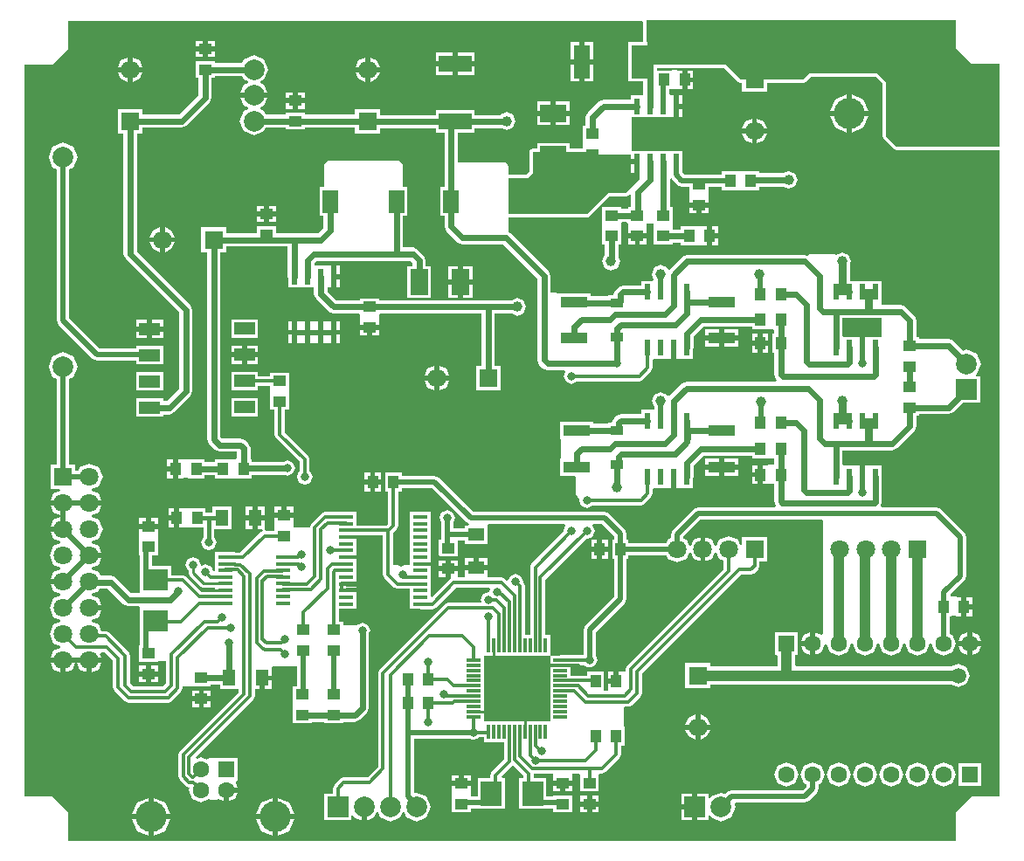
<source format=gtl>
G04*
G04 #@! TF.GenerationSoftware,Altium Limited,Altium Designer,19.1.8 (144)*
G04*
G04 Layer_Physical_Order=1*
G04 Layer_Color=255*
%FSLAX44Y44*%
%MOMM*%
G71*
G01*
G75*
%ADD12C,0.8000*%
%ADD45R,1.2000X1.6000*%
%ADD46R,0.3000X1.4000*%
%ADD47R,1.4000X0.3000*%
%ADD48R,2.4000X2.0000*%
%ADD49R,2.0000X2.4000*%
%ADD50R,1.2200X0.9100*%
%ADD51R,1.7000X2.5000*%
%ADD52R,2.5000X1.7000*%
%ADD53R,1.2500X1.0000*%
%ADD54R,1.0000X1.2500*%
%ADD55R,1.5000X2.2000*%
%ADD56R,0.6000X1.5500*%
%ADD57R,2.0000X1.2000*%
%ADD58R,1.4000X0.3500*%
%ADD59R,1.4000X0.3500*%
%ADD60R,2.6000X1.1000*%
%ADD61R,3.2000X1.6000*%
%ADD62R,1.6000X3.2000*%
%ADD63R,1.6000X1.2000*%
%ADD64C,0.3000*%
%ADD65C,0.6000*%
%ADD66C,0.5000*%
%ADD67C,0.3500*%
%ADD68C,1.0000*%
%ADD69C,0.2540*%
%ADD70C,0.4000*%
%ADD71R,2.0000X2.0000*%
%ADD72C,2.0000*%
%ADD73C,1.8000*%
%ADD74R,1.8000X1.8000*%
%ADD75R,3.0000X3.0000*%
%ADD76C,3.0000*%
%ADD77R,1.8000X1.8000*%
%ADD78C,1.6000*%
%ADD79R,1.6000X1.6000*%
%ADD80R,2.0000X2.0000*%
%ADD81R,1.6000X1.6000*%
%ADD82C,0.8000*%
%ADD83C,1.0000*%
%ADD84C,1.5000*%
G36*
X910000Y775250D02*
X925000Y760250D01*
X952500D01*
Y680250D01*
X852654D01*
X852391Y680359D01*
X842609Y690141D01*
X842500Y690404D01*
X842500Y742750D01*
X834000Y751000D01*
X768000D01*
X762109Y745109D01*
X761846Y745000D01*
X702154D01*
X701891Y745109D01*
X687000Y760000D01*
X617000D01*
Y760000D01*
X603500D01*
Y765000D01*
X614500D01*
Y781500D01*
X610000D01*
X610000Y800000D01*
X610084Y800203D01*
Y800505D01*
X610143Y800800D01*
X610084Y801096D01*
Y801397D01*
X610714Y802546D01*
X910000Y802546D01*
Y775250D01*
D02*
G37*
G36*
X563750Y672750D02*
X591655D01*
X592000Y672681D01*
X592345Y672750D01*
X594950D01*
Y668000D01*
X600950D01*
Y665500D01*
X603450D01*
Y654750D01*
X604000D01*
Y649000D01*
X590000Y635000D01*
X573000Y635000D01*
X553000Y615000D01*
X477000D01*
Y650000D01*
X495000D01*
X500000Y655000D01*
Y675000D01*
X563750D01*
Y672750D01*
D02*
G37*
G36*
X838212Y514000D02*
Y497633D01*
X838050Y496000D01*
X836991Y496000D01*
X827050D01*
X826050Y496000D01*
X824350Y496000D01*
X821850D01*
Y485250D01*
X816850D01*
Y496000D01*
X814350D01*
X813350Y496000D01*
X811650Y496000D01*
X800650D01*
X800444Y497615D01*
Y514006D01*
X838208D01*
X838212Y514000D01*
D02*
G37*
G36*
X435790Y315791D02*
X438423Y314700D01*
X438085Y313000D01*
X434000D01*
Y309953D01*
X422953D01*
Y316080D01*
X424577Y320000D01*
X422357Y325358D01*
X417000Y327577D01*
X411642Y325358D01*
X409423Y320000D01*
X411047Y316080D01*
Y304000D01*
Y299000D01*
X408750D01*
Y283000D01*
X427250D01*
Y298047D01*
X434000D01*
Y295000D01*
X456000D01*
Y312347D01*
X456000Y313000D01*
X457266Y314047D01*
X531111D01*
X531931Y312347D01*
X529923Y307500D01*
X530125Y307013D01*
X499056Y275944D01*
X497629Y272500D01*
Y207000D01*
X492371D01*
Y254250D01*
X490944Y257694D01*
X490802Y257836D01*
X491077Y258500D01*
X488857Y263857D01*
X483500Y266077D01*
X478143Y263857D01*
X476617Y260175D01*
X474612Y259776D01*
X473444Y260944D01*
X470000Y262371D01*
X457439D01*
X456000Y263000D01*
X456000Y264071D01*
Y269500D01*
X445000D01*
X434000D01*
Y264071D01*
X434000Y263000D01*
X432561Y262371D01*
X428689D01*
X427250Y263000D01*
X427250Y264071D01*
Y268500D01*
X420500D01*
Y263000D01*
X420577D01*
X420915Y261300D01*
X420056Y260944D01*
X402571Y243459D01*
X401000Y244109D01*
Y251500D01*
Y258000D01*
Y264500D01*
Y271000D01*
Y274000D01*
X391000D01*
Y277500D01*
X401000D01*
Y277500D01*
Y284000D01*
Y290500D01*
Y297000D01*
Y303500D01*
Y310000D01*
Y316500D01*
Y326000D01*
X381000D01*
Y316500D01*
Y310000D01*
Y303500D01*
Y297000D01*
Y290500D01*
Y284000D01*
Y274768D01*
X364871D01*
Y305483D01*
X368444Y309056D01*
X369871Y312500D01*
Y345750D01*
X373000D01*
Y349047D01*
X402534D01*
X435790Y315791D01*
D02*
G37*
G36*
X579047Y302534D02*
Y299250D01*
X577000D01*
Y280750D01*
X579047D01*
Y244466D01*
X550790Y216210D01*
X549047Y212000D01*
Y187371D01*
X527000D01*
X526105Y187000D01*
X518700D01*
X517000Y187000D01*
X517000Y188700D01*
Y207000D01*
X512371D01*
Y260483D01*
X552013Y300125D01*
X552500Y299923D01*
X557858Y302142D01*
X560077Y307500D01*
X558069Y312347D01*
X558889Y314047D01*
X567534D01*
X579047Y302534D01*
D02*
G37*
G36*
X103408Y236408D02*
X108000Y234506D01*
X118217D01*
X119500Y233500D01*
Y213364D01*
X119047Y212270D01*
Y197000D01*
X118750D01*
Y181000D01*
X137250D01*
Y181212D01*
X145000D01*
X145129Y181125D01*
Y160089D01*
X141911Y156871D01*
X113018D01*
X109871Y160018D01*
Y187000D01*
X108444Y190444D01*
X89639Y209249D01*
X86195Y210676D01*
X82115D01*
X79584Y216784D01*
X73149Y219450D01*
Y221150D01*
X79584Y223816D01*
X82353Y230500D01*
X70400D01*
Y235500D01*
X82353D01*
X79584Y242184D01*
X73149Y244850D01*
Y246550D01*
X79584Y249216D01*
X80533Y251506D01*
X88310D01*
X103408Y236408D01*
D02*
G37*
G36*
X463000Y196105D02*
Y187000D01*
X515300D01*
X517000Y187000D01*
X517000Y185300D01*
Y177999D01*
X526105D01*
X527000Y177629D01*
Y177000D01*
X517000D01*
Y173000D01*
Y163000D01*
Y153000D01*
Y143000D01*
Y133000D01*
Y124700D01*
X517000Y123000D01*
X515300Y123000D01*
X492999D01*
Y113895D01*
X492629Y113000D01*
X492371D01*
X492000Y113895D01*
Y123000D01*
X454700D01*
X453000Y123000D01*
X453000Y124700D01*
Y132001D01*
X443395D01*
X443000Y132164D01*
Y132999D01*
X453000D01*
Y133000D01*
Y143000D01*
Y153000D01*
Y163000D01*
Y173000D01*
Y185300D01*
X453000Y187000D01*
X454700Y187000D01*
X462001D01*
Y196105D01*
X462371Y197000D01*
X462629D01*
X463000Y196105D01*
D02*
G37*
G36*
X606837Y801397D02*
Y801096D01*
X606959Y800800D01*
X606837Y800505D01*
Y800203D01*
X606753Y800000D01*
X606753Y781500D01*
X592500D01*
Y743500D01*
X607156D01*
Y731865D01*
X606950Y730250D01*
X594950D01*
Y725994D01*
X568500D01*
X563908Y724092D01*
X553408Y713592D01*
X551506Y709000D01*
Y700500D01*
X548250D01*
Y685093D01*
X548212Y685000D01*
Y680000D01*
X548250Y679907D01*
Y678247D01*
X535500D01*
Y684000D01*
X504500D01*
Y678247D01*
X500000D01*
X497704Y677296D01*
X496753Y675000D01*
Y656345D01*
X493655Y653247D01*
X477000D01*
X476788Y653389D01*
Y661000D01*
X475679Y663679D01*
X473000Y664788D01*
X428000D01*
X427494Y665126D01*
Y693500D01*
X444000D01*
Y698006D01*
X470981D01*
X475000Y696341D01*
X481123Y698877D01*
X483659Y705000D01*
X481123Y711123D01*
X475000Y713659D01*
X468877Y711123D01*
X468824Y710994D01*
X444000D01*
Y715500D01*
X406000D01*
Y710994D01*
X352000D01*
Y717000D01*
X328000D01*
Y711494D01*
X279250D01*
Y713000D01*
X260750D01*
Y711494D01*
X241381D01*
X239950Y714950D01*
X235845Y716650D01*
Y718350D01*
X239950Y720050D01*
X243036Y727500D01*
X230000D01*
X216964D01*
X220050Y720050D01*
X224155Y718350D01*
Y716650D01*
X220050Y714950D01*
X215929Y705000D01*
X220050Y695050D01*
X230000Y690929D01*
X239950Y695050D01*
X241381Y698506D01*
X260750D01*
Y697000D01*
X279250D01*
Y698506D01*
X328000D01*
Y693000D01*
X352000D01*
Y698006D01*
X406000D01*
Y693500D01*
X414506D01*
Y641000D01*
X410500D01*
Y613000D01*
X414506D01*
Y603000D01*
X416408Y598408D01*
X427408Y587408D01*
X432000Y585506D01*
X471310D01*
X504506Y552310D01*
Y473515D01*
X506408Y468923D01*
X509922Y465408D01*
X514515Y463506D01*
X530571D01*
X531707Y461806D01*
X529923Y457500D01*
X532142Y452142D01*
X537500Y449923D01*
X542858Y452142D01*
X543059Y452629D01*
X603250D01*
X606694Y454056D01*
X614894Y462256D01*
X616321Y465700D01*
Y473371D01*
X617450Y474500D01*
X619150Y474500D01*
X629150D01*
X630150Y474500D01*
X631850Y474500D01*
X634350D01*
Y485250D01*
X639350D01*
Y474500D01*
X642850D01*
X642850Y474500D01*
X643550D01*
Y474500D01*
X644550Y474500D01*
X655550D01*
Y484057D01*
X656044Y485250D01*
Y496110D01*
X665690Y505756D01*
X712500D01*
Y503000D01*
X728500D01*
Y503000D01*
X728887Y503259D01*
X729000Y503212D01*
X732000D01*
X732500Y503000D01*
D01*
X734006Y502531D01*
Y499000D01*
X732500D01*
Y480500D01*
X734006D01*
Y459500D01*
X735908Y454908D01*
X736621Y454194D01*
X735917Y452494D01*
X649000D01*
X644408Y450592D01*
X632542Y438726D01*
X630689Y438758D01*
X630123Y440123D01*
X624000Y442659D01*
X617877Y440123D01*
X615341Y434000D01*
X617877Y427877D01*
X618047Y426453D01*
X616939Y425000D01*
X605450D01*
Y421244D01*
X585500D01*
X580908Y419342D01*
X578693Y417127D01*
X576797Y412550D01*
X572900D01*
Y411494D01*
X559000D01*
Y413250D01*
X527000D01*
Y396250D01*
X527045D01*
X527212Y396000D01*
Y379000D01*
X527322Y378732D01*
X527000Y378250D01*
X527000D01*
Y361250D01*
X541376D01*
X542212Y360000D01*
Y343000D01*
X543321Y340321D01*
X544576Y339802D01*
X545226Y338231D01*
X544923Y337500D01*
X547142Y332142D01*
X552500Y329923D01*
X557858Y332142D01*
X558059Y332629D01*
X605000D01*
X608444Y334056D01*
X614894Y340506D01*
X616321Y343950D01*
Y348371D01*
X617450Y349500D01*
X619150Y349500D01*
X629150D01*
X630150Y349500D01*
X631850Y349500D01*
X634350D01*
Y360250D01*
X639350D01*
Y349500D01*
X642850D01*
X642850Y349500D01*
X643550D01*
Y349500D01*
X644550Y349500D01*
X655550D01*
Y359057D01*
X656044Y360250D01*
Y371110D01*
X665690Y380756D01*
X712500D01*
Y378000D01*
X728500D01*
Y378000D01*
X728887Y378259D01*
X729000Y378212D01*
X732000D01*
X732500Y378000D01*
D01*
X734006Y377531D01*
Y373212D01*
X733000Y371788D01*
X728000D01*
X727304Y371500D01*
X723000D01*
Y362250D01*
Y353000D01*
X728500D01*
Y353212D01*
X732500D01*
Y353000D01*
X734006D01*
Y336250D01*
X735703Y332153D01*
X734891Y330453D01*
X660000D01*
X655790Y328709D01*
X635790Y308710D01*
X634047Y304500D01*
Y300523D01*
X630816Y299184D01*
X629477Y295953D01*
X593000D01*
Y299250D01*
X590953D01*
Y305000D01*
X589210Y309209D01*
X574210Y324210D01*
X570000Y325953D01*
X442466D01*
X409210Y359210D01*
X405000Y360953D01*
X373000D01*
Y364250D01*
X357000D01*
Y345750D01*
X360129D01*
Y314517D01*
X358732Y313121D01*
X329000D01*
Y326000D01*
X309000D01*
Y325871D01*
X299115D01*
X295671Y324444D01*
X285556Y314329D01*
X284129Y310885D01*
Y310875D01*
X284000Y310788D01*
X268288D01*
Y315500D01*
X268250Y315593D01*
Y320500D01*
X249750D01*
Y315593D01*
X249712Y315500D01*
Y310750D01*
X249750Y310657D01*
Y307871D01*
X241232D01*
X240000Y309000D01*
X240000Y309571D01*
Y317500D01*
X233500D01*
Y309000D01*
X238284D01*
X238622Y307300D01*
X236556Y306444D01*
X216982Y286871D01*
X212000D01*
Y286975D01*
X202292D01*
X202000Y287096D01*
X201708Y286975D01*
X192000D01*
Y277475D01*
Y269006D01*
X190300Y268668D01*
X188358Y273358D01*
X183000Y275577D01*
X179464Y274112D01*
X178577Y275000D01*
X176358Y280358D01*
X171000Y282577D01*
X165643Y280358D01*
X163423Y275000D01*
X165643Y269643D01*
X166378Y269338D01*
Y267000D01*
X167732Y263732D01*
X177907Y253557D01*
X181175Y252203D01*
X192000D01*
Y248996D01*
X178893D01*
X164444Y263444D01*
X161000Y264871D01*
X149500D01*
Y273500D01*
X130953D01*
Y284000D01*
X137250D01*
Y299407D01*
X137288Y299500D01*
Y304250D01*
X137250Y304343D01*
Y309500D01*
X118750D01*
Y304342D01*
X118712Y304250D01*
Y299500D01*
X118750Y299408D01*
Y284000D01*
X119047D01*
Y268000D01*
X119500Y266906D01*
Y247500D01*
X117802Y247494D01*
X110690D01*
X95592Y262592D01*
X91000Y264494D01*
X80864D01*
X79584Y267584D01*
X73149Y270250D01*
Y271950D01*
X79584Y274616D01*
X82353Y281300D01*
X70400D01*
Y286300D01*
X82353D01*
X79584Y292984D01*
X73149Y295650D01*
Y297350D01*
X79584Y300016D01*
X83389Y309200D01*
X79584Y318384D01*
X73149Y321050D01*
Y322750D01*
X79584Y325416D01*
X82353Y332100D01*
X70400D01*
Y337100D01*
X82353D01*
X79584Y343784D01*
X73149Y346450D01*
Y348150D01*
X79584Y350816D01*
X83389Y360000D01*
X79584Y369184D01*
X70400Y372989D01*
X61216Y369184D01*
X59877Y365953D01*
X57000D01*
Y372000D01*
X50953D01*
Y455395D01*
X54950Y457050D01*
X59071Y467000D01*
X54950Y476950D01*
X45000Y481071D01*
X35050Y476950D01*
X30929Y467000D01*
X35050Y457050D01*
X39047Y455395D01*
Y372000D01*
X33000D01*
Y348000D01*
X41551D01*
X41889Y346300D01*
X35816Y343784D01*
X33047Y337100D01*
X45000D01*
Y332100D01*
X33047D01*
X35816Y325416D01*
X42251Y322750D01*
Y321050D01*
X35816Y318384D01*
X33047Y311700D01*
X45000D01*
Y306700D01*
X33047D01*
X35816Y300016D01*
X42251Y297350D01*
Y295650D01*
X35816Y292984D01*
X32011Y283800D01*
X35816Y274616D01*
X42251Y271950D01*
Y270250D01*
X35816Y267584D01*
X33047Y260900D01*
X45000D01*
Y255900D01*
X33047D01*
X35816Y249216D01*
X42251Y246550D01*
Y244850D01*
X35816Y242184D01*
X32011Y233000D01*
X35816Y223816D01*
X42251Y221150D01*
Y219450D01*
X35816Y216784D01*
X32011Y207600D01*
X35816Y198416D01*
X42251Y195750D01*
Y194050D01*
X35816Y191384D01*
X33047Y184700D01*
X45000D01*
Y182200D01*
X47500D01*
Y170247D01*
X54184Y173016D01*
X56850Y179451D01*
X58550D01*
X61216Y173016D01*
X67900Y170247D01*
Y182200D01*
X70400D01*
Y184700D01*
X82353D01*
X80752Y188566D01*
X81696Y189979D01*
X85133D01*
X93129Y181982D01*
Y156000D01*
X94556Y152556D01*
X104556Y142556D01*
X108000Y141129D01*
X147000D01*
X150444Y142556D01*
X159444Y151556D01*
X160871Y155000D01*
Y157125D01*
X161000Y157212D01*
X169750D01*
Y157000D01*
X188250D01*
Y158506D01*
X197000D01*
Y154000D01*
X215000D01*
X215129Y152353D01*
Y151202D01*
X158166Y94238D01*
X156739Y90794D01*
Y69504D01*
X158166Y66060D01*
X163710Y60516D01*
X167154Y59089D01*
X167470Y58616D01*
X166594Y56500D01*
X170081Y48081D01*
X178500Y44594D01*
X186358Y47849D01*
X188500Y46962D01*
X193500D01*
X195642Y47849D01*
X201000Y45629D01*
Y56500D01*
X203500D01*
Y59000D01*
X214371D01*
X212383Y63800D01*
X213518Y65500D01*
X214500D01*
Y87500D01*
X192500D01*
Y87500D01*
X192344Y87396D01*
X192000Y87538D01*
X187500D01*
X184821Y86429D01*
X184595Y85882D01*
X178500Y88406D01*
X174828Y86886D01*
X173866Y88327D01*
X229444Y143905D01*
X230871Y147350D01*
Y154000D01*
X235500D01*
Y165000D01*
X238000D01*
Y167500D01*
X247000D01*
Y176000D01*
X248612Y176212D01*
X271547D01*
Y157000D01*
X267750D01*
Y142300D01*
X267212Y141000D01*
Y137000D01*
X267750Y135700D01*
Y121000D01*
X286250D01*
Y122506D01*
X297750D01*
Y121000D01*
X316250D01*
Y122506D01*
X328000D01*
X332592Y124408D01*
X339592Y131408D01*
X341494Y136000D01*
Y208387D01*
X342577Y211000D01*
X340358Y216358D01*
X335000Y218577D01*
X329642Y216358D01*
X329539Y216108D01*
X328500Y216538D01*
X318500D01*
X317663Y216192D01*
X316250Y217136D01*
Y220000D01*
X312121D01*
Y232000D01*
X329000D01*
Y238500D01*
Y245000D01*
Y248000D01*
X319000D01*
Y252250D01*
X329000D01*
Y253750D01*
X319000D01*
Y257999D01*
X329000D01*
Y258000D01*
Y264500D01*
Y271000D01*
Y277500D01*
Y280501D01*
X319292D01*
X319000Y280621D01*
Y283879D01*
X319000D01*
X319292Y284000D01*
X329000D01*
Y284000D01*
Y290500D01*
Y297000D01*
Y303379D01*
X355129D01*
Y265000D01*
X356556Y261556D01*
X365306Y252806D01*
X368750Y251379D01*
X381000D01*
Y245000D01*
Y238500D01*
Y232000D01*
X390708D01*
X391000Y231879D01*
X402750D01*
X406194Y233306D01*
X425518Y252629D01*
X457875D01*
X458820Y251216D01*
X457798Y248750D01*
X457294Y248559D01*
X457250Y248577D01*
X451893Y246357D01*
X449673Y241000D01*
X450384Y239284D01*
X449440Y237871D01*
X418000D01*
X414556Y236444D01*
X351556Y173444D01*
X350129Y170000D01*
Y79018D01*
X339982Y68871D01*
X317000D01*
X313556Y67444D01*
X307756Y61644D01*
X306329Y58200D01*
Y53000D01*
X298200D01*
Y27000D01*
X324200D01*
Y31609D01*
X325867Y31940D01*
X326650Y30050D01*
X334100Y26964D01*
Y40000D01*
X339100D01*
Y26964D01*
X346550Y30050D01*
X348450Y34638D01*
X350150D01*
X352050Y30050D01*
X362000Y25929D01*
X371950Y30050D01*
X373850Y34638D01*
X375550D01*
X377450Y30050D01*
X387400Y25929D01*
X397350Y30050D01*
X401471Y40000D01*
X397350Y49950D01*
X387400Y54071D01*
X386367Y53643D01*
X384953Y54587D01*
Y106547D01*
X438580D01*
X442500Y104923D01*
X447858Y107142D01*
X448059Y107629D01*
X453000D01*
Y103000D01*
X472629D01*
Y86517D01*
X460556Y74444D01*
X459129Y71000D01*
Y68000D01*
X447000D01*
Y49953D01*
X441859D01*
X440288Y50500D01*
Y55500D01*
X440250Y55593D01*
Y60500D01*
X421750D01*
Y55593D01*
X421712Y55500D01*
Y50500D01*
X421750Y50407D01*
Y35000D01*
X440250D01*
Y38047D01*
X447000D01*
Y38000D01*
X473000D01*
Y68000D01*
X470293D01*
X469588Y69700D01*
X480500Y80612D01*
X491129Y69983D01*
Y68000D01*
X487000D01*
Y38000D01*
X513000D01*
Y38047D01*
X519750D01*
Y35000D01*
X538250D01*
Y51000D01*
X519750D01*
Y49953D01*
X513000D01*
Y68000D01*
X500871D01*
Y72000D01*
X501291Y72629D01*
X519579D01*
X519750Y71000D01*
X519750Y70929D01*
Y65500D01*
X538250D01*
Y70929D01*
X538250Y71000D01*
X538421Y72629D01*
X545579D01*
X545750Y71000D01*
X545750D01*
Y55000D01*
X564250D01*
Y71000D01*
X564250D01*
X564421Y72629D01*
X567500D01*
X570944Y74056D01*
X584444Y87556D01*
X585871Y91000D01*
Y99750D01*
X589000D01*
Y118250D01*
X588788D01*
Y137000D01*
X588875Y137129D01*
X593000D01*
X596444Y138556D01*
X604444Y146556D01*
X605871Y150000D01*
Y168983D01*
X702018Y265129D01*
X711000D01*
X714444Y266556D01*
X718444Y270556D01*
X719871Y274000D01*
Y278000D01*
X727000D01*
Y302000D01*
X703000D01*
Y294415D01*
X701300Y294077D01*
X699184Y299184D01*
X690000Y302989D01*
X680816Y299184D01*
X678350Y293232D01*
X676650D01*
X674184Y299184D01*
X667500Y301953D01*
Y290000D01*
Y278047D01*
X674184Y280816D01*
X676650Y286768D01*
X678350D01*
X680816Y280816D01*
X685129Y279029D01*
Y270725D01*
X591556Y177151D01*
X590129Y173707D01*
Y172482D01*
X589000Y171250D01*
X583500D01*
Y162000D01*
X581000D01*
Y159500D01*
X573000D01*
Y152871D01*
X569000D01*
Y171250D01*
X553000D01*
Y167371D01*
X537000D01*
Y177629D01*
X549441D01*
X549642Y177142D01*
X555000Y174923D01*
X560358Y177142D01*
X562577Y182500D01*
X560953Y186420D01*
Y209534D01*
X589210Y237791D01*
X590953Y242000D01*
Y280750D01*
X593000D01*
Y284047D01*
X629477D01*
X630816Y280816D01*
X640000Y277011D01*
X649184Y280816D01*
X651650Y286768D01*
X653350D01*
X655816Y280816D01*
X662500Y278047D01*
Y290000D01*
Y301953D01*
X655816Y299184D01*
X653350Y293232D01*
X651650D01*
X649184Y299184D01*
X646181Y300429D01*
X646012Y302093D01*
X662466Y318547D01*
X780846D01*
X781212Y318000D01*
Y207848D01*
X779512Y207088D01*
X774000Y209371D01*
Y198500D01*
Y187629D01*
X779919Y190081D01*
X783159Y197902D01*
X784212Y198258D01*
X785233Y197922D01*
X788481Y190081D01*
X796900Y186594D01*
X805319Y190081D01*
X808631Y198078D01*
X809600Y198326D01*
X810569Y198078D01*
X813881Y190081D01*
X822300Y186594D01*
X830719Y190081D01*
X834031Y198078D01*
X835000Y198326D01*
X835969Y198078D01*
X839281Y190081D01*
X847700Y186594D01*
X856119Y190081D01*
X859431Y198078D01*
X860400Y198326D01*
X861369Y198078D01*
X864681Y190081D01*
X873100Y186594D01*
X881519Y190081D01*
X884831Y198078D01*
X885800Y198326D01*
X886769Y198078D01*
X890081Y190081D01*
X898500Y186594D01*
X906919Y190081D01*
X910406Y198500D01*
X906919Y206919D01*
X903953Y208148D01*
Y224750D01*
X906000D01*
Y225212D01*
X910000D01*
Y224750D01*
X915500D01*
Y234000D01*
Y243250D01*
X911800D01*
X910500Y243788D01*
X905500D01*
X904923Y244236D01*
X904803Y246384D01*
X918210Y259790D01*
X919953Y264000D01*
Y301750D01*
X918210Y305959D01*
X895460Y328709D01*
X891250Y330453D01*
X838109D01*
X837034Y332153D01*
X838544Y335800D01*
Y360250D01*
X838050Y361443D01*
Y371000D01*
X827050D01*
X826050Y371000D01*
X824350Y371000D01*
X821850D01*
Y360250D01*
X816850D01*
Y371000D01*
X814350D01*
X813350Y371000D01*
X811650Y371000D01*
X800650D01*
X800444Y372615D01*
Y385956D01*
X848450D01*
X853042Y387858D01*
X870092Y404908D01*
X871994Y409500D01*
Y419250D01*
X874750D01*
Y420756D01*
X903000D01*
X907592Y422658D01*
X916684Y431750D01*
X933500D01*
Y457750D01*
X929857D01*
X929525Y459417D01*
X930450Y459800D01*
X934571Y469750D01*
X930450Y479700D01*
X920500Y483821D01*
X917045Y482390D01*
X907592Y491842D01*
X903000Y493744D01*
X874750D01*
Y495250D01*
X871994D01*
Y511750D01*
X870092Y516342D01*
X861342Y525092D01*
X856750Y526994D01*
X838519D01*
X838050Y528500D01*
X838050D01*
Y550000D01*
X826050D01*
Y550000D01*
X825350D01*
Y550000D01*
X813350D01*
Y550000D01*
X812650D01*
Y550000D01*
X807877D01*
Y567111D01*
X808659Y569000D01*
X806123Y575123D01*
X800000Y577659D01*
X794242Y575274D01*
X793000Y575788D01*
X769000D01*
X766020Y574554D01*
X763750Y575494D01*
X649750D01*
X645158Y573592D01*
X632761Y561196D01*
X630844Y561383D01*
X630123Y563123D01*
X624000Y565659D01*
X617877Y563123D01*
X615341Y557000D01*
X617554Y551657D01*
X616533Y550000D01*
X605450D01*
Y545744D01*
X587500D01*
X582908Y543842D01*
X580508Y541442D01*
X578606Y536850D01*
Y536050D01*
X572900D01*
Y534994D01*
X556500D01*
Y538250D01*
X524500D01*
Y538250D01*
X524423Y538199D01*
X523000Y538788D01*
X518000D01*
X517494Y539126D01*
Y555000D01*
X515592Y559592D01*
X478592Y596592D01*
X476732Y597363D01*
X476788Y597500D01*
Y611611D01*
X477000Y611753D01*
X553000D01*
X555296Y612704D01*
X574345Y631753D01*
X590000Y631753D01*
X592296Y632704D01*
X593935Y634343D01*
X595506Y633692D01*
Y621500D01*
X592250D01*
Y619994D01*
X585750D01*
Y621500D01*
X567250D01*
Y606093D01*
X567212Y606000D01*
Y601000D01*
X567250Y600907D01*
Y585500D01*
X570006D01*
Y575176D01*
X569877Y575123D01*
X567341Y569000D01*
X569877Y562877D01*
X576000Y560341D01*
X582123Y562877D01*
X584659Y569000D01*
X582994Y573019D01*
Y585500D01*
X585750D01*
Y600907D01*
X585788Y601000D01*
Y606000D01*
X587058Y607006D01*
X590942D01*
X592212Y606000D01*
Y601000D01*
X592250Y600907D01*
Y596000D01*
X610750D01*
Y600907D01*
X610788Y601000D01*
Y605462D01*
X617212D01*
Y601000D01*
X617250Y600907D01*
Y585500D01*
X635750D01*
Y587006D01*
X643500D01*
Y584250D01*
X658907D01*
X659000Y584212D01*
X664000D01*
X664093Y584250D01*
X669000D01*
Y593500D01*
Y602750D01*
X664092D01*
X664000Y602788D01*
X659000D01*
X658907Y602750D01*
X643500D01*
Y599994D01*
X637058D01*
X635788Y601000D01*
Y606000D01*
X635750Y606093D01*
Y621500D01*
X632844D01*
Y649117D01*
X634544Y649455D01*
X634841Y648740D01*
X640291Y643290D01*
X644500Y641547D01*
X644500Y641547D01*
X652250D01*
Y636092D01*
X652212Y636000D01*
Y631000D01*
X652250Y630908D01*
Y626000D01*
X670750D01*
Y630907D01*
X670788Y631000D01*
Y636000D01*
X670750Y636093D01*
Y641547D01*
X683500D01*
Y638250D01*
X698907D01*
X699000Y638212D01*
X704000D01*
X704093Y638250D01*
X719500D01*
Y641506D01*
X742774D01*
X748000Y639341D01*
X754123Y641877D01*
X756659Y648000D01*
X754123Y654123D01*
X748000Y656659D01*
X742774Y654494D01*
X719500D01*
Y656750D01*
X704092D01*
X704000Y656788D01*
X699000D01*
X698907Y656750D01*
X683500D01*
Y653453D01*
X646966D01*
X645050Y655369D01*
Y676250D01*
X634050D01*
X633050Y676250D01*
X631350Y676250D01*
X620350D01*
Y676250D01*
X619650D01*
Y676250D01*
X608650D01*
X607650Y676250D01*
Y676250D01*
X606950D01*
Y676250D01*
X595788D01*
Y708750D01*
X606950D01*
Y708750D01*
X607650D01*
Y708750D01*
X618650D01*
X619650Y708750D01*
Y708750D01*
X620350D01*
Y708750D01*
X631350D01*
X632350Y708750D01*
X634050Y708750D01*
X636550D01*
Y719500D01*
Y730250D01*
X634050D01*
X633050Y730250D01*
X632303Y731641D01*
Y735750D01*
X635500D01*
Y736212D01*
X639500D01*
Y735750D01*
X645000D01*
Y745000D01*
Y754250D01*
X641300D01*
X640000Y754788D01*
X635000D01*
X633700Y754250D01*
X620144D01*
Y756753D01*
X685655D01*
X699595Y742812D01*
X700192Y742565D01*
X700649Y742109D01*
X700911Y742000D01*
X701557D01*
X702154Y741753D01*
X703000D01*
Y733500D01*
X727000D01*
Y741753D01*
X761846D01*
X762443Y742000D01*
X763089Y742000D01*
X763351Y742109D01*
X763808Y742565D01*
X764405Y742812D01*
X769345Y747753D01*
X832683D01*
X839253Y741376D01*
X839253Y690404D01*
X839500Y689807D01*
Y689161D01*
X839609Y688899D01*
X840066Y688442D01*
X840313Y687845D01*
X850095Y678063D01*
X850692Y677815D01*
X851149Y677359D01*
X851411Y677250D01*
X852057Y677250D01*
X852654Y677003D01*
X952500D01*
Y50000D01*
X925000D01*
X910000Y35000D01*
X910000Y7500D01*
X50000D01*
X50000Y35000D01*
X34997Y50003D01*
X7500Y50003D01*
X7500Y760000D01*
X35000D01*
X50000Y775000D01*
X50000Y802500D01*
X605454D01*
X606837Y801397D01*
D02*
G37*
%LPC*%
G36*
X598450Y663000D02*
X594950D01*
Y654750D01*
X598450D01*
Y663000D01*
D02*
G37*
G36*
X456000Y281000D02*
X447500D01*
Y274500D01*
X456000D01*
Y281000D01*
D02*
G37*
G36*
X442500D02*
X434000D01*
Y274500D01*
X442500D01*
Y281000D01*
D02*
G37*
G36*
X427250Y279000D02*
X420500D01*
Y273500D01*
X427250D01*
Y279000D01*
D02*
G37*
G36*
X415500D02*
X408750D01*
Y273500D01*
X415500D01*
Y279000D01*
D02*
G37*
G36*
Y268500D02*
X408750D01*
Y263000D01*
X415500D01*
Y268500D01*
D02*
G37*
G36*
X573000Y299250D02*
X567500D01*
Y292500D01*
X573000D01*
Y299250D01*
D02*
G37*
G36*
X562500D02*
X557000D01*
Y292500D01*
X562500D01*
Y299250D01*
D02*
G37*
G36*
X573000Y287500D02*
X567500D01*
Y280750D01*
X573000D01*
Y287500D01*
D02*
G37*
G36*
X562500D02*
X557000D01*
Y280750D01*
X562500D01*
Y287500D01*
D02*
G37*
G36*
X137250Y177000D02*
X130500D01*
Y171500D01*
X137250D01*
Y177000D01*
D02*
G37*
G36*
X125500D02*
X118750D01*
Y171500D01*
X125500D01*
Y177000D01*
D02*
G37*
G36*
X137250Y166500D02*
X130500D01*
Y161000D01*
X137250D01*
Y166500D01*
D02*
G37*
G36*
X125500D02*
X118750D01*
Y161000D01*
X125500D01*
Y166500D01*
D02*
G37*
G36*
X191750Y783000D02*
X185000D01*
Y777500D01*
X191750D01*
Y783000D01*
D02*
G37*
G36*
X180000D02*
X173250D01*
Y777500D01*
X180000D01*
Y783000D01*
D02*
G37*
G36*
X191750Y772500D02*
X185000D01*
Y767000D01*
X191750D01*
Y772500D01*
D02*
G37*
G36*
X180000D02*
X173250D01*
Y767000D01*
X180000D01*
Y772500D01*
D02*
G37*
G36*
X558500Y781500D02*
X550000D01*
Y765000D01*
X558500D01*
Y781500D01*
D02*
G37*
G36*
X545000D02*
X536500D01*
Y765000D01*
X545000D01*
Y781500D01*
D02*
G37*
G36*
X444000Y771500D02*
X427500D01*
Y763000D01*
X444000D01*
Y771500D01*
D02*
G37*
G36*
X422500D02*
X406000D01*
Y763000D01*
X422500D01*
Y771500D01*
D02*
G37*
G36*
X230000Y769071D02*
X220050Y764950D01*
X218619Y761494D01*
X191750D01*
Y763000D01*
X173250D01*
Y747000D01*
X176006D01*
Y730190D01*
X157310Y711494D01*
X122000D01*
Y717000D01*
X98000D01*
Y693000D01*
X103506D01*
Y576000D01*
X105408Y571408D01*
X157506Y519310D01*
Y445690D01*
X145310Y433494D01*
X142000D01*
Y436400D01*
X116000D01*
Y418400D01*
X142000D01*
Y420506D01*
X148000D01*
X152592Y422408D01*
X168592Y438408D01*
X170494Y443000D01*
Y522000D01*
X168592Y526592D01*
X116494Y578690D01*
Y693000D01*
X122000D01*
Y698506D01*
X160000D01*
X164592Y700408D01*
X187092Y722908D01*
X188994Y727500D01*
Y747000D01*
X191750D01*
Y748506D01*
X218619D01*
X220050Y745050D01*
X224155Y743350D01*
Y741650D01*
X220050Y739950D01*
X216964Y732500D01*
X230000D01*
X243036D01*
X239950Y739950D01*
X235845Y741650D01*
Y743350D01*
X239950Y745050D01*
X244071Y755000D01*
X239950Y764950D01*
X230000Y769071D01*
D02*
G37*
G36*
X342500Y766953D02*
Y757500D01*
X351953D01*
X349184Y764184D01*
X342500Y766953D01*
D02*
G37*
G36*
X337500Y766953D02*
X330816Y764184D01*
X328047Y757500D01*
X337500D01*
Y766953D01*
D02*
G37*
G36*
X112500Y766953D02*
Y757500D01*
X121953D01*
X119184Y764184D01*
X112500Y766953D01*
D02*
G37*
G36*
X107500Y766953D02*
X100816Y764184D01*
X98047Y757500D01*
X107500D01*
Y766953D01*
D02*
G37*
G36*
X444000Y758000D02*
X427500D01*
Y749500D01*
X444000D01*
Y758000D01*
D02*
G37*
G36*
X422500D02*
X406000D01*
Y749500D01*
X422500D01*
Y758000D01*
D02*
G37*
G36*
X655500Y754250D02*
X650000D01*
Y747500D01*
X655500D01*
Y754250D01*
D02*
G37*
G36*
X558500Y760000D02*
X550000D01*
Y743500D01*
X558500D01*
Y760000D01*
D02*
G37*
G36*
X545000D02*
X536500D01*
Y743500D01*
X545000D01*
Y760000D01*
D02*
G37*
G36*
X121953Y752500D02*
X112500D01*
Y743047D01*
X119184Y745816D01*
X121953Y752500D01*
D02*
G37*
G36*
X351953Y752500D02*
X342500D01*
Y743047D01*
X349184Y745816D01*
X351953Y752500D01*
D02*
G37*
G36*
X337500D02*
X328047D01*
X330816Y745816D01*
X337500Y743047D01*
Y752500D01*
D02*
G37*
G36*
X107500Y752500D02*
X98047D01*
X100816Y745816D01*
X107500Y743047D01*
Y752500D01*
D02*
G37*
G36*
X655500Y742500D02*
X650000D01*
Y735750D01*
X655500D01*
Y742500D01*
D02*
G37*
G36*
X279250Y733000D02*
X272500D01*
Y727500D01*
X279250D01*
Y733000D01*
D02*
G37*
G36*
X267500D02*
X260750D01*
Y727500D01*
X267500D01*
Y733000D01*
D02*
G37*
G36*
X641550Y730250D02*
Y722000D01*
X645050D01*
Y730250D01*
X641550D01*
D02*
G37*
G36*
X279250Y722500D02*
X272500D01*
Y717000D01*
X279250D01*
Y722500D01*
D02*
G37*
G36*
X267500D02*
X260750D01*
Y717000D01*
X267500D01*
Y722500D01*
D02*
G37*
G36*
X535500Y724000D02*
X522500D01*
Y715000D01*
X535500D01*
Y724000D01*
D02*
G37*
G36*
X517500D02*
X504500D01*
Y715000D01*
X517500D01*
Y724000D01*
D02*
G37*
G36*
X809200Y730948D02*
Y715000D01*
X825148D01*
X820477Y726277D01*
X809200Y730948D01*
D02*
G37*
G36*
X804200Y730947D02*
X792923Y726277D01*
X788252Y715000D01*
X804200D01*
Y730947D01*
D02*
G37*
G36*
X645050Y717000D02*
X641550D01*
Y708750D01*
X645050D01*
Y717000D01*
D02*
G37*
G36*
X535500Y710000D02*
X522500D01*
Y701000D01*
X535500D01*
Y710000D01*
D02*
G37*
G36*
X517500D02*
X504500D01*
Y701000D01*
X517500D01*
Y710000D01*
D02*
G37*
G36*
X717500Y707453D02*
Y698000D01*
X726953D01*
X724184Y704684D01*
X717500Y707453D01*
D02*
G37*
G36*
X712500Y707453D02*
X705816Y704684D01*
X703047Y698000D01*
X712500D01*
Y707453D01*
D02*
G37*
G36*
X804200Y710000D02*
X788253D01*
X792923Y698723D01*
X804200Y694053D01*
Y710000D01*
D02*
G37*
G36*
X825147D02*
X809200D01*
Y694052D01*
X820477Y698723D01*
X825147Y710000D01*
D02*
G37*
G36*
X726953Y693000D02*
X717500D01*
Y683547D01*
X724184Y686316D01*
X726953Y693000D01*
D02*
G37*
G36*
X712500D02*
X703047D01*
X705816Y686316D01*
X712500Y683547D01*
Y693000D01*
D02*
G37*
G36*
X251250Y623000D02*
X244500D01*
Y617500D01*
X251250D01*
Y623000D01*
D02*
G37*
G36*
X239500D02*
X232750D01*
Y617500D01*
X239500D01*
Y623000D01*
D02*
G37*
G36*
X670750Y621000D02*
X664000D01*
Y615500D01*
X670750D01*
Y621000D01*
D02*
G37*
G36*
X659000D02*
X652250D01*
Y615500D01*
X659000D01*
Y621000D01*
D02*
G37*
G36*
X251250Y612500D02*
X244500D01*
Y607000D01*
X251250D01*
Y612500D01*
D02*
G37*
G36*
X239500D02*
X232750D01*
Y607000D01*
X239500D01*
Y612500D01*
D02*
G37*
G36*
X370000Y666288D02*
X302000D01*
X299321Y665179D01*
X298212Y662500D01*
Y641000D01*
X293500D01*
Y613000D01*
X297506D01*
Y601690D01*
X292310Y596494D01*
X251250D01*
Y603000D01*
X232750D01*
Y596494D01*
X203000D01*
Y602000D01*
X179000D01*
Y578000D01*
X184506D01*
Y396500D01*
X186408Y391908D01*
X191908Y386408D01*
X196500Y384506D01*
X213506D01*
Y378558D01*
X212500Y377288D01*
X207750D01*
X207657Y377250D01*
X192000D01*
Y374494D01*
X182000D01*
Y377250D01*
X166000D01*
Y377038D01*
X162000D01*
Y377250D01*
X156500D01*
Y368000D01*
Y358750D01*
X162000D01*
Y359212D01*
X166000D01*
Y358750D01*
X182000D01*
Y361506D01*
X192000D01*
Y358750D01*
X207657D01*
X207750Y358712D01*
X212500D01*
X212593Y358750D01*
X228000D01*
Y361756D01*
X260490D01*
X262500Y360923D01*
X267858Y363143D01*
X270077Y368500D01*
X267858Y373857D01*
X262500Y376077D01*
X259283Y374744D01*
X228000D01*
Y377250D01*
X226494D01*
Y388000D01*
X224592Y392592D01*
X221592Y395592D01*
X217000Y397494D01*
X199190D01*
X197494Y399190D01*
Y578000D01*
X203000D01*
Y583506D01*
X262756D01*
Y554250D01*
X263250Y553056D01*
Y543500D01*
X275250D01*
Y543500D01*
X275950D01*
Y543500D01*
X287950D01*
X288156Y541885D01*
Y537350D01*
X290058Y532758D01*
X302408Y520408D01*
X307000Y518506D01*
X331442D01*
X332712Y517500D01*
Y512750D01*
X332750Y512657D01*
Y507500D01*
X342000D01*
X351250D01*
Y512658D01*
X351288Y512750D01*
Y517500D01*
X352558Y518506D01*
X450506D01*
Y468000D01*
X445000D01*
Y444000D01*
X469000D01*
Y468000D01*
X463494D01*
Y518506D01*
X479774D01*
X485000Y516341D01*
X491123Y518877D01*
X493659Y525000D01*
X491123Y531123D01*
X485000Y533659D01*
X479774Y531494D01*
X351250D01*
Y533000D01*
X332750D01*
Y531494D01*
X309690D01*
X301144Y540040D01*
Y541885D01*
X301350Y543500D01*
X302844Y543500D01*
X304850D01*
Y554250D01*
Y565000D01*
X302350D01*
X301350Y565000D01*
X299650Y565000D01*
X288650D01*
X288444Y566615D01*
Y567260D01*
X290690Y569506D01*
X381310D01*
X383506Y567310D01*
Y564500D01*
X378500D01*
Y533500D01*
X401500D01*
Y564500D01*
X396494D01*
Y570000D01*
X394592Y574592D01*
X388592Y580592D01*
X384000Y582494D01*
X374494D01*
Y613000D01*
X378500D01*
Y641000D01*
X374457D01*
X373788Y642000D01*
Y662500D01*
X372679Y665179D01*
X370000Y666288D01*
D02*
G37*
G36*
X679500Y602750D02*
X674000D01*
Y596000D01*
X679500D01*
Y602750D01*
D02*
G37*
G36*
X143500Y601953D02*
Y592500D01*
X152953D01*
X150184Y599184D01*
X143500Y601953D01*
D02*
G37*
G36*
X138500Y601953D02*
X131816Y599184D01*
X129047Y592500D01*
X138500D01*
Y601953D01*
D02*
G37*
G36*
X610750Y591000D02*
X604000D01*
Y585500D01*
X610750D01*
Y591000D01*
D02*
G37*
G36*
X599000D02*
X592250D01*
Y585500D01*
X599000D01*
Y591000D01*
D02*
G37*
G36*
X679500Y591000D02*
X674000D01*
Y584250D01*
X679500D01*
Y591000D01*
D02*
G37*
G36*
X152953Y587500D02*
X143500D01*
Y578047D01*
X150184Y580816D01*
X152953Y587500D01*
D02*
G37*
G36*
X138500D02*
X129047D01*
X131816Y580816D01*
X138500Y578047D01*
Y587500D01*
D02*
G37*
G36*
X309850Y565000D02*
Y556750D01*
X313350D01*
Y565000D01*
X309850D01*
D02*
G37*
G36*
X441500Y564500D02*
X432500D01*
Y551500D01*
X441500D01*
Y564500D01*
D02*
G37*
G36*
X427500D02*
X418500D01*
Y551500D01*
X427500D01*
Y564500D01*
D02*
G37*
G36*
X313350Y551750D02*
X309850D01*
Y543500D01*
X313350D01*
Y551750D01*
D02*
G37*
G36*
X441500Y546500D02*
X432500D01*
Y533500D01*
X441500D01*
Y546500D01*
D02*
G37*
G36*
X427500D02*
X418500D01*
Y533500D01*
X427500D01*
Y546500D01*
D02*
G37*
G36*
X301350Y511000D02*
X299650Y511000D01*
X297150D01*
Y500250D01*
Y489500D01*
X299650D01*
X300650Y489500D01*
X302350Y489500D01*
X304850D01*
Y500250D01*
Y511000D01*
X302350D01*
X301350Y511000D01*
D02*
G37*
G36*
X288650D02*
X286950Y511000D01*
X284450D01*
Y500250D01*
Y489500D01*
X286950D01*
X287950Y489500D01*
X289650Y489500D01*
X292150D01*
Y500250D01*
Y511000D01*
X289650D01*
X288650Y511000D01*
D02*
G37*
G36*
X142000Y512600D02*
X131500D01*
Y506100D01*
X142000D01*
Y512600D01*
D02*
G37*
G36*
X126500D02*
X116000D01*
Y506100D01*
X126500D01*
Y512600D01*
D02*
G37*
G36*
X309850Y511000D02*
Y502750D01*
X313350D01*
Y511000D01*
X309850D01*
D02*
G37*
G36*
X266750D02*
X263250D01*
Y502750D01*
X266750D01*
Y511000D01*
D02*
G37*
G36*
X699000Y503250D02*
X685500D01*
Y497250D01*
X699000D01*
Y503250D01*
D02*
G37*
G36*
X680500D02*
X667000D01*
Y497250D01*
X680500D01*
Y503250D01*
D02*
G37*
G36*
X351250Y502500D02*
X344500D01*
Y497000D01*
X351250D01*
Y502500D01*
D02*
G37*
G36*
X339500D02*
X332750D01*
Y497000D01*
X339500D01*
Y502500D01*
D02*
G37*
G36*
X234000Y512800D02*
X208000D01*
Y494800D01*
X234000D01*
Y512800D01*
D02*
G37*
G36*
X142000Y501100D02*
X131500D01*
Y494600D01*
X142000D01*
Y501100D01*
D02*
G37*
G36*
X126500D02*
X116000D01*
Y494600D01*
X126500D01*
Y501100D01*
D02*
G37*
G36*
X728500Y499000D02*
X723000D01*
Y492250D01*
X728500D01*
Y499000D01*
D02*
G37*
G36*
X718000D02*
X712500D01*
Y492250D01*
X718000D01*
Y499000D01*
D02*
G37*
G36*
X313350Y497750D02*
X309850D01*
Y489500D01*
X313350D01*
Y497750D01*
D02*
G37*
G36*
X275950Y511000D02*
X274250Y511000D01*
X271750D01*
Y500250D01*
Y489500D01*
X274250D01*
X275250Y489500D01*
X276950Y489500D01*
X279450D01*
Y500250D01*
Y511000D01*
X276950D01*
X275950Y511000D01*
D02*
G37*
G36*
X266750Y497750D02*
X263250D01*
Y489500D01*
X266750D01*
Y497750D01*
D02*
G37*
G36*
X699000Y492250D02*
X685500D01*
Y486250D01*
X699000D01*
Y492250D01*
D02*
G37*
G36*
X680500D02*
X667000D01*
Y486250D01*
X680500D01*
Y492250D01*
D02*
G37*
G36*
X234000Y487400D02*
X223500D01*
Y480900D01*
X234000D01*
Y487400D01*
D02*
G37*
G36*
X218500D02*
X208000D01*
Y480900D01*
X218500D01*
Y487400D01*
D02*
G37*
G36*
X728500Y487250D02*
X723000D01*
Y480500D01*
X728500D01*
Y487250D01*
D02*
G37*
G36*
X718000D02*
X712500D01*
Y480500D01*
X718000D01*
Y487250D01*
D02*
G37*
G36*
X234000Y475900D02*
X223500D01*
Y469400D01*
X234000D01*
Y475900D01*
D02*
G37*
G36*
X218500D02*
X208000D01*
Y469400D01*
X218500D01*
Y475900D01*
D02*
G37*
G36*
X45000Y684071D02*
X35050Y679950D01*
X30929Y670000D01*
X35050Y660050D01*
X39047Y658395D01*
Y512000D01*
X40791Y507790D01*
X73790Y474790D01*
X78000Y473047D01*
X116000D01*
Y469200D01*
X142000D01*
Y487200D01*
X116000D01*
Y484953D01*
X80466D01*
X50953Y514466D01*
Y658395D01*
X54950Y660050D01*
X59071Y670000D01*
X54950Y679950D01*
X45000Y684071D01*
D02*
G37*
G36*
X409500Y467953D02*
Y458500D01*
X418953D01*
X416184Y465184D01*
X409500Y467953D01*
D02*
G37*
G36*
X404500Y467953D02*
X397816Y465184D01*
X395047Y458500D01*
X404500D01*
Y467953D01*
D02*
G37*
G36*
X418953Y453500D02*
X409500D01*
Y444047D01*
X416184Y446816D01*
X418953Y453500D01*
D02*
G37*
G36*
X404500D02*
X395047D01*
X397816Y446816D01*
X404500Y444047D01*
Y453500D01*
D02*
G37*
G36*
X142000Y461800D02*
X116000D01*
Y443800D01*
X142000D01*
Y461800D01*
D02*
G37*
G36*
X234000Y436600D02*
X208000D01*
Y418600D01*
X234000D01*
Y436600D01*
D02*
G37*
G36*
X699000Y378250D02*
X685500D01*
Y372250D01*
X699000D01*
Y378250D01*
D02*
G37*
G36*
X680500D02*
X667000D01*
Y372250D01*
X680500D01*
Y378250D01*
D02*
G37*
G36*
X151500Y377250D02*
X146000D01*
Y370500D01*
X151500D01*
Y377250D01*
D02*
G37*
G36*
X718000Y371500D02*
X712500D01*
Y364750D01*
X718000D01*
Y371500D01*
D02*
G37*
G36*
X699000Y367250D02*
X685500D01*
Y361250D01*
X699000D01*
Y367250D01*
D02*
G37*
G36*
X680500D02*
X667000D01*
Y361250D01*
X680500D01*
Y367250D01*
D02*
G37*
G36*
X151500Y365500D02*
X146000D01*
Y358750D01*
X151500D01*
Y365500D01*
D02*
G37*
G36*
X353000Y364250D02*
X347500D01*
Y357500D01*
X353000D01*
Y364250D01*
D02*
G37*
G36*
X342500D02*
X337000D01*
Y357500D01*
X342500D01*
Y364250D01*
D02*
G37*
G36*
X718000Y359750D02*
X712500D01*
Y353000D01*
X718000D01*
Y359750D01*
D02*
G37*
G36*
X234000Y462000D02*
X208000D01*
Y444000D01*
X234000D01*
Y448129D01*
X245750D01*
Y445593D01*
X245712Y445500D01*
Y440750D01*
X245750Y440657D01*
Y425000D01*
X250129D01*
Y401000D01*
X251556Y397556D01*
X274129Y374982D01*
Y365559D01*
X273643Y365358D01*
X271423Y360000D01*
X273643Y354642D01*
X279000Y352423D01*
X284357Y354642D01*
X286577Y360000D01*
X284357Y365358D01*
X283871Y365559D01*
Y377000D01*
X282444Y380444D01*
X259871Y403018D01*
Y425000D01*
X264250D01*
Y440657D01*
X264288Y440750D01*
Y445500D01*
X264250Y445593D01*
Y461000D01*
X245750D01*
Y457871D01*
X234000D01*
Y462000D01*
D02*
G37*
G36*
X353000Y352500D02*
X347500D01*
Y345750D01*
X353000D01*
Y352500D01*
D02*
G37*
G36*
X342500D02*
X337000D01*
Y345750D01*
X342500D01*
Y352500D01*
D02*
G37*
G36*
X268250Y331000D02*
X261500D01*
Y325500D01*
X268250D01*
Y331000D01*
D02*
G37*
G36*
X256500D02*
X249750D01*
Y325500D01*
X256500D01*
Y331000D01*
D02*
G37*
G36*
X208000Y331000D02*
X190000D01*
Y325412D01*
X187750D01*
X187000Y325101D01*
X186250Y325412D01*
X183000D01*
Y329250D01*
X167593D01*
X167500Y329288D01*
X162750D01*
X162657Y329250D01*
X157500D01*
Y320000D01*
Y310750D01*
X162657D01*
X162750Y310712D01*
X167500D01*
X167593Y310750D01*
X180838D01*
Y301476D01*
X178673Y296250D01*
X180892Y290892D01*
X186250Y288673D01*
X191607Y290892D01*
X193827Y296250D01*
X191662Y301476D01*
Y309000D01*
X208000D01*
Y331000D01*
D02*
G37*
G36*
X152500Y329250D02*
X147000D01*
Y322500D01*
X152500D01*
Y329250D01*
D02*
G37*
G36*
X240000Y331000D02*
X233500D01*
Y322500D01*
X240000D01*
Y331000D01*
D02*
G37*
G36*
X228500D02*
X222000D01*
Y322500D01*
X228500D01*
Y331000D01*
D02*
G37*
G36*
X137250Y320000D02*
X130500D01*
Y314500D01*
X137250D01*
Y320000D01*
D02*
G37*
G36*
X125500D02*
X118750D01*
Y314500D01*
X125500D01*
Y320000D01*
D02*
G37*
G36*
X152500Y317500D02*
X147000D01*
Y310750D01*
X152500D01*
Y317500D01*
D02*
G37*
G36*
X228500Y317500D02*
X222000D01*
Y309000D01*
X228500D01*
Y317500D01*
D02*
G37*
G36*
X926000Y243250D02*
X920500D01*
Y236500D01*
X926000D01*
Y243250D01*
D02*
G37*
G36*
Y231500D02*
X920500D01*
Y224750D01*
X926000D01*
Y231500D01*
D02*
G37*
G36*
X926400Y209371D02*
Y201000D01*
X934771D01*
X932319Y206919D01*
X926400Y209371D01*
D02*
G37*
G36*
X921400D02*
X915481Y206919D01*
X913029Y201000D01*
X921400D01*
Y209371D01*
D02*
G37*
G36*
X769000D02*
X763081Y206919D01*
X760629Y201000D01*
X769000D01*
Y209371D01*
D02*
G37*
G36*
X934771Y196000D02*
X926400D01*
Y187629D01*
X932319Y190081D01*
X934771Y196000D01*
D02*
G37*
G36*
X921400D02*
X913029D01*
X915481Y190081D01*
X921400Y187629D01*
Y196000D01*
D02*
G37*
G36*
X769000D02*
X760629D01*
X763081Y190081D01*
X769000Y187629D01*
Y196000D01*
D02*
G37*
G36*
X757100Y209500D02*
X735100D01*
Y187500D01*
X736201D01*
X737401Y186296D01*
X737368Y176159D01*
X672000D01*
Y179500D01*
X648000D01*
Y155500D01*
X672000D01*
Y158841D01*
X905967Y158841D01*
X912500Y156135D01*
X920536Y159464D01*
X923865Y167500D01*
X920536Y175536D01*
X912500Y178865D01*
X905967Y176159D01*
X755890Y176159D01*
X754690Y177363D01*
X754723Y187500D01*
X757100D01*
Y209500D01*
D02*
G37*
G36*
X82353Y179700D02*
X72900D01*
Y170247D01*
X79584Y173016D01*
X82353Y179700D01*
D02*
G37*
G36*
X42500D02*
X33047D01*
X35816Y173016D01*
X42500Y170247D01*
Y179700D01*
D02*
G37*
G36*
X578500Y171250D02*
X573000D01*
Y164500D01*
X578500D01*
Y171250D01*
D02*
G37*
G36*
X247000Y162500D02*
X240500D01*
Y154000D01*
X247000D01*
Y162500D01*
D02*
G37*
G36*
X188250Y153000D02*
X181500D01*
Y147500D01*
X188250D01*
Y153000D01*
D02*
G37*
G36*
X176500D02*
X169750D01*
Y147500D01*
X176500D01*
Y153000D01*
D02*
G37*
G36*
X188250Y142500D02*
X181500D01*
Y137000D01*
X188250D01*
Y142500D01*
D02*
G37*
G36*
X176500D02*
X169750D01*
Y137000D01*
X176500D01*
Y142500D01*
D02*
G37*
G36*
X662500Y129453D02*
Y120000D01*
X671953D01*
X669184Y126684D01*
X662500Y129453D01*
D02*
G37*
G36*
X657500Y129453D02*
X650816Y126684D01*
X648047Y120000D01*
X657500D01*
Y129453D01*
D02*
G37*
G36*
X671953Y115000D02*
X662500D01*
Y105547D01*
X669184Y108316D01*
X671953Y115000D01*
D02*
G37*
G36*
X657500D02*
X648047D01*
X650816Y108316D01*
X657500Y105547D01*
Y115000D01*
D02*
G37*
G36*
X440250Y71000D02*
X433500D01*
Y65500D01*
X440250D01*
Y71000D01*
D02*
G37*
G36*
X428500D02*
X421750D01*
Y65500D01*
X428500D01*
Y71000D01*
D02*
G37*
G36*
X934900Y82500D02*
X912900D01*
Y60500D01*
X934900D01*
Y82500D01*
D02*
G37*
G36*
X898500Y83406D02*
X890081Y79919D01*
X886594Y71500D01*
X890081Y63081D01*
X898500Y59594D01*
X906919Y63081D01*
X910406Y71500D01*
X906919Y79919D01*
X898500Y83406D01*
D02*
G37*
G36*
X873100D02*
X864681Y79919D01*
X861194Y71500D01*
X864681Y63081D01*
X873100Y59594D01*
X881519Y63081D01*
X885006Y71500D01*
X881519Y79919D01*
X873100Y83406D01*
D02*
G37*
G36*
X847700D02*
X839281Y79919D01*
X835794Y71500D01*
X839281Y63081D01*
X847700Y59594D01*
X856119Y63081D01*
X859606Y71500D01*
X856119Y79919D01*
X847700Y83406D01*
D02*
G37*
G36*
X822300D02*
X813881Y79919D01*
X810394Y71500D01*
X813881Y63081D01*
X822300Y59594D01*
X830719Y63081D01*
X834206Y71500D01*
X830719Y79919D01*
X822300Y83406D01*
D02*
G37*
G36*
X796900D02*
X788481Y79919D01*
X784994Y71500D01*
X788481Y63081D01*
X796900Y59594D01*
X805319Y63081D01*
X808806Y71500D01*
X805319Y79919D01*
X796900Y83406D01*
D02*
G37*
G36*
X746100D02*
X737681Y79919D01*
X734194Y71500D01*
X737681Y63081D01*
X746100Y59594D01*
X754519Y63081D01*
X758006Y71500D01*
X754519Y79919D01*
X746100Y83406D01*
D02*
G37*
G36*
X538250Y60500D02*
X531500D01*
Y55000D01*
X538250D01*
Y60500D01*
D02*
G37*
G36*
X526500D02*
X519750D01*
Y55000D01*
X526500D01*
Y60500D01*
D02*
G37*
G36*
X771500Y83406D02*
X763081Y79919D01*
X759594Y71500D01*
X763081Y63081D01*
X765547Y62060D01*
Y59966D01*
X761534Y55953D01*
X692700D01*
X688491Y54209D01*
X686697Y52416D01*
X682700Y54071D01*
X672750Y49950D01*
X671967Y48060D01*
X670300Y48391D01*
Y53000D01*
X659800D01*
Y40000D01*
Y27000D01*
X670300D01*
Y31609D01*
X671967Y31940D01*
X672750Y30050D01*
X682700Y25929D01*
X692650Y30050D01*
X696771Y40000D01*
X695799Y42347D01*
X696935Y44047D01*
X764000D01*
X768210Y45791D01*
X775710Y53291D01*
X777453Y57500D01*
Y62060D01*
X779919Y63081D01*
X783406Y71500D01*
X779919Y79919D01*
X771500Y83406D01*
D02*
G37*
G36*
X214371Y54000D02*
X206000D01*
Y45629D01*
X211919Y48081D01*
X214371Y54000D01*
D02*
G37*
G36*
X564250Y51000D02*
X557500D01*
Y45500D01*
X564250D01*
Y51000D01*
D02*
G37*
G36*
X552500D02*
X545750D01*
Y45500D01*
X552500D01*
Y51000D01*
D02*
G37*
G36*
X654800Y53000D02*
X644300D01*
Y42500D01*
X654800D01*
Y53000D01*
D02*
G37*
G36*
X564250Y40500D02*
X557500D01*
Y35000D01*
X564250D01*
Y40500D01*
D02*
G37*
G36*
X552500D02*
X545750D01*
Y35000D01*
X552500D01*
Y40500D01*
D02*
G37*
G36*
X253000Y48948D02*
Y33000D01*
X268948D01*
X264277Y44277D01*
X253000Y48948D01*
D02*
G37*
G36*
X248000Y48948D02*
X236723Y44277D01*
X232052Y33000D01*
X248000D01*
Y48948D01*
D02*
G37*
G36*
X133000Y48948D02*
Y33000D01*
X148947D01*
X144277Y44277D01*
X133000Y48948D01*
D02*
G37*
G36*
X128000D02*
X116723Y44277D01*
X112052Y33000D01*
X128000D01*
Y48948D01*
D02*
G37*
G36*
X654800Y37500D02*
X644300D01*
Y27000D01*
X654800D01*
Y37500D01*
D02*
G37*
G36*
X248000Y28000D02*
X232052D01*
X236723Y16723D01*
X248000Y12053D01*
Y28000D01*
D02*
G37*
G36*
X148947Y28000D02*
X133000D01*
Y12053D01*
X144277Y16723D01*
X148947Y28000D01*
D02*
G37*
G36*
X128000D02*
X112052D01*
X116723Y16723D01*
X128000Y12053D01*
Y28000D01*
D02*
G37*
G36*
X268948Y28000D02*
X253000D01*
Y12053D01*
X264277Y16723D01*
X268948Y28000D01*
D02*
G37*
%LPD*%
D12*
X800000Y417300D02*
Y434000D01*
Y417300D02*
X800300Y417000D01*
X825700Y395300D02*
Y412000D01*
X825500Y523000D02*
Y536500D01*
X800300Y540300D02*
Y568700D01*
D45*
X238000Y165000D02*
D03*
X206000D02*
D03*
X199000Y320000D02*
D03*
X231000D02*
D03*
D46*
X457500Y113000D02*
D03*
X462500D02*
D03*
X467500D02*
D03*
X472500D02*
D03*
X477500D02*
D03*
X482500D02*
D03*
X487500D02*
D03*
X492500D02*
D03*
X497500D02*
D03*
X502500D02*
D03*
X507500D02*
D03*
X512500D02*
D03*
Y197000D02*
D03*
X507500D02*
D03*
X502500D02*
D03*
X497500D02*
D03*
X492500D02*
D03*
X487500D02*
D03*
X482500D02*
D03*
X477500D02*
D03*
X472500D02*
D03*
X467500D02*
D03*
X462500D02*
D03*
X457500D02*
D03*
D47*
X527000Y127500D02*
D03*
Y132500D02*
D03*
Y137500D02*
D03*
Y142500D02*
D03*
Y147500D02*
D03*
Y152500D02*
D03*
Y157500D02*
D03*
Y162500D02*
D03*
Y167500D02*
D03*
Y172500D02*
D03*
Y177500D02*
D03*
Y182500D02*
D03*
X443000D02*
D03*
Y177500D02*
D03*
Y172500D02*
D03*
Y167500D02*
D03*
Y162500D02*
D03*
Y157500D02*
D03*
Y152500D02*
D03*
Y147500D02*
D03*
Y142500D02*
D03*
Y137500D02*
D03*
Y132500D02*
D03*
Y127500D02*
D03*
D48*
X134500Y220500D02*
D03*
Y260500D02*
D03*
D49*
X500000Y53000D02*
D03*
X460000D02*
D03*
D50*
X582000Y528500D02*
D03*
Y495750D02*
D03*
Y405000D02*
D03*
Y372250D02*
D03*
D51*
X430000Y549000D02*
D03*
X390000D02*
D03*
D52*
X520000Y712500D02*
D03*
Y672500D02*
D03*
D53*
X278000Y192000D02*
D03*
Y212000D02*
D03*
X307000Y192000D02*
D03*
Y212000D02*
D03*
X865500Y427250D02*
D03*
Y447250D02*
D03*
X661500Y643500D02*
D03*
Y623500D02*
D03*
X601500Y613500D02*
D03*
Y593500D02*
D03*
X576500Y613500D02*
D03*
Y593500D02*
D03*
X255000Y453000D02*
D03*
Y433000D02*
D03*
X277000Y129000D02*
D03*
Y149000D02*
D03*
X259000Y323000D02*
D03*
Y303000D02*
D03*
X307000Y129000D02*
D03*
Y149000D02*
D03*
X555000Y63000D02*
D03*
Y43000D02*
D03*
X865500Y467250D02*
D03*
Y487250D02*
D03*
X242000Y595000D02*
D03*
Y615000D02*
D03*
X342000Y525000D02*
D03*
Y505000D02*
D03*
X626500Y613500D02*
D03*
Y593500D02*
D03*
X182500Y755000D02*
D03*
Y775000D02*
D03*
X270000Y705000D02*
D03*
Y725000D02*
D03*
X557500Y672500D02*
D03*
Y692500D02*
D03*
X418000Y291000D02*
D03*
Y271000D02*
D03*
X179000Y145000D02*
D03*
Y165000D02*
D03*
X128000Y292000D02*
D03*
Y312000D02*
D03*
Y189000D02*
D03*
Y169000D02*
D03*
X529000Y43000D02*
D03*
Y63000D02*
D03*
X431000Y43000D02*
D03*
Y63000D02*
D03*
D54*
X174000Y368000D02*
D03*
X154000D02*
D03*
X561000Y109000D02*
D03*
X581000D02*
D03*
X740500Y489750D02*
D03*
X720500D02*
D03*
X740500Y512250D02*
D03*
X720500D02*
D03*
X740500Y537250D02*
D03*
X720500D02*
D03*
X740500Y362250D02*
D03*
X720500D02*
D03*
X740500Y387250D02*
D03*
X720500D02*
D03*
X740500Y412250D02*
D03*
X720500D02*
D03*
X651500Y593500D02*
D03*
X671500D02*
D03*
X627500Y745000D02*
D03*
X647500D02*
D03*
X711500Y647500D02*
D03*
X691500D02*
D03*
X200000Y368000D02*
D03*
X220000D02*
D03*
X379000Y141000D02*
D03*
X399000D02*
D03*
X379000Y164000D02*
D03*
X399000D02*
D03*
X561000Y162000D02*
D03*
X581000D02*
D03*
X898000Y234000D02*
D03*
X918000D02*
D03*
X585000Y290000D02*
D03*
X565000D02*
D03*
X365000Y355000D02*
D03*
X345000D02*
D03*
X155000Y320000D02*
D03*
X175000D02*
D03*
D55*
X304000Y627000D02*
D03*
X368000D02*
D03*
X421000D02*
D03*
X485000D02*
D03*
D56*
X793950Y485250D02*
D03*
X806650D02*
D03*
X819350D02*
D03*
X832050D02*
D03*
Y539250D02*
D03*
X819350D02*
D03*
X806650D02*
D03*
X793950D02*
D03*
X611450Y485250D02*
D03*
X624150D02*
D03*
X636850D02*
D03*
X649550D02*
D03*
Y539250D02*
D03*
X636850D02*
D03*
X624150D02*
D03*
X611450D02*
D03*
X793950Y360250D02*
D03*
X806650D02*
D03*
X819350D02*
D03*
X832050D02*
D03*
Y414250D02*
D03*
X819350D02*
D03*
X806650D02*
D03*
X793950D02*
D03*
X611450Y360250D02*
D03*
X624150D02*
D03*
X636850D02*
D03*
X649550D02*
D03*
Y414250D02*
D03*
X636850D02*
D03*
X624150D02*
D03*
X611450D02*
D03*
X307350Y554250D02*
D03*
X294650D02*
D03*
X281950D02*
D03*
X269250D02*
D03*
Y500250D02*
D03*
X281950D02*
D03*
X294650D02*
D03*
X307350D02*
D03*
X600950Y665500D02*
D03*
X613650D02*
D03*
X626350D02*
D03*
X639050D02*
D03*
Y719500D02*
D03*
X626350D02*
D03*
X613650D02*
D03*
X600950D02*
D03*
D57*
X129000Y427400D02*
D03*
Y452800D02*
D03*
Y478200D02*
D03*
Y503600D02*
D03*
X221000Y503800D02*
D03*
Y478400D02*
D03*
Y453000D02*
D03*
Y427600D02*
D03*
D58*
X202000Y282225D02*
D03*
Y275875D02*
D03*
Y269525D02*
D03*
Y263175D02*
D03*
Y256825D02*
D03*
Y250475D02*
D03*
Y244125D02*
D03*
Y237775D02*
D03*
X258000Y282225D02*
D03*
Y275875D02*
D03*
Y269525D02*
D03*
Y263175D02*
D03*
Y256825D02*
D03*
Y250475D02*
D03*
Y244125D02*
D03*
Y237775D02*
D03*
D59*
X391000Y236750D02*
D03*
Y243250D02*
D03*
Y249750D02*
D03*
Y256250D02*
D03*
Y262750D02*
D03*
Y269250D02*
D03*
Y275750D02*
D03*
Y282250D02*
D03*
Y288750D02*
D03*
Y295250D02*
D03*
Y301750D02*
D03*
Y308250D02*
D03*
Y314750D02*
D03*
Y321250D02*
D03*
X319000Y236750D02*
D03*
Y243250D02*
D03*
Y249750D02*
D03*
Y256250D02*
D03*
Y262750D02*
D03*
Y269250D02*
D03*
Y275750D02*
D03*
Y282250D02*
D03*
Y288750D02*
D03*
Y295250D02*
D03*
Y301750D02*
D03*
Y308250D02*
D03*
Y314750D02*
D03*
Y321250D02*
D03*
D60*
X683000Y404750D02*
D03*
Y369750D02*
D03*
X540500Y529750D02*
D03*
Y494750D02*
D03*
X683000Y529750D02*
D03*
Y494750D02*
D03*
X543000Y404750D02*
D03*
Y369750D02*
D03*
D61*
X425000Y760500D02*
D03*
Y704500D02*
D03*
D62*
X547500Y762500D02*
D03*
X603500D02*
D03*
D63*
X445000Y304000D02*
D03*
Y272000D02*
D03*
D64*
X315000Y250000D02*
Y256500D01*
X319002Y256462D02*
X341250Y256250D01*
X319002Y249965D02*
X343897Y249750D01*
X315000Y256500D02*
X319002Y256462D01*
X315000Y250000D02*
X319002Y249965D01*
X374000Y262750D02*
X391000D01*
X442500Y112500D02*
Y127500D01*
X561000Y95000D02*
Y109000D01*
X551000Y85000D02*
X561000Y95000D01*
X502500Y85000D02*
X551000D01*
X499393Y77500D02*
X555000D01*
X487500Y89393D02*
X499393Y77500D01*
X346147Y247500D02*
X347500D01*
X345000Y260000D02*
X347500D01*
X341250Y256250D02*
X345000Y260000D01*
X70400Y205805D02*
X86195D01*
X299115Y321000D02*
X319000D01*
X464000Y71000D02*
X477500Y84500D01*
X464000Y57000D02*
Y71000D01*
X460000Y53000D02*
X464000Y57000D01*
X278000Y212000D02*
Y229000D01*
Y210500D02*
Y212000D01*
Y229000D02*
X301000Y252000D01*
Y271000D01*
X307250Y212750D02*
Y268250D01*
X365000Y355000D02*
Y357500D01*
Y312500D02*
Y355000D01*
X601000Y171000D02*
X700000Y270000D01*
X601000Y150000D02*
Y171000D01*
X593000Y142000D02*
X601000Y150000D01*
X595000Y154000D02*
Y173707D01*
X589000Y148000D02*
X595000Y154000D01*
Y173707D02*
X690000Y268707D01*
X86195Y205805D02*
X105000Y187000D01*
X195000Y220000D02*
X199000Y224000D01*
X182000Y220000D02*
X195000D01*
X150000Y188000D02*
X182000Y220000D01*
X185000Y214000D02*
X207000D01*
X156000Y185000D02*
X185000Y214000D01*
X156000Y155000D02*
Y185000D01*
X147000Y146000D02*
X156000Y155000D01*
X108000Y146000D02*
X147000D01*
X150000Y158071D02*
Y188000D01*
X143929Y152000D02*
X150000Y158071D01*
X111000Y152000D02*
X143929D01*
X105000Y158000D02*
X111000Y152000D01*
X105000Y158000D02*
Y187000D01*
X98000Y156000D02*
X108000Y146000D01*
X98000Y156000D02*
Y184000D01*
X87150Y194850D02*
X98000Y184000D01*
X343897Y249750D02*
X346147Y247500D01*
X406000Y278000D02*
Y281000D01*
X403750Y275750D02*
X406000Y278000D01*
X391000Y275750D02*
X403750D01*
X360000Y307500D02*
X365000Y312500D01*
X360000Y265000D02*
Y307500D01*
Y265000D02*
X368750Y256250D01*
X318750Y315000D02*
X319000Y314750D01*
X300949Y315000D02*
X318750D01*
X295000Y309051D02*
X300949Y315000D01*
X289000Y310885D02*
X299115Y321000D01*
X537500Y457500D02*
X603250D01*
X279000Y360000D02*
Y377000D01*
X255000Y401000D02*
X279000Y377000D01*
X255000Y401000D02*
Y433000D01*
X221000Y453000D02*
X255000D01*
X368750Y256250D02*
X391000D01*
X319000Y308250D02*
X360000D01*
X502500Y197000D02*
Y272500D01*
X537500Y307500D01*
X507500Y197000D02*
Y262500D01*
X552500Y307500D01*
Y305832D02*
Y307500D01*
X603250Y457500D02*
X611450Y465700D01*
Y343950D02*
Y360250D01*
X605000Y337500D02*
X611450Y343950D01*
X552500Y337500D02*
X605000D01*
X611450Y465700D02*
Y485250D01*
X567500Y77500D02*
X581000Y91000D01*
X555000Y77500D02*
X567500D01*
X555000Y63000D02*
Y77500D01*
X487500Y89393D02*
Y107500D01*
X487500Y107500D02*
X487500Y107500D01*
X487500Y107500D02*
Y113000D01*
X497500Y90000D02*
Y113000D01*
Y90000D02*
X502500Y85000D01*
X497500Y113000D02*
X497500Y113000D01*
X502500Y99500D02*
X508000Y94000D01*
X502500Y99500D02*
Y113000D01*
X508000Y94000D02*
X509000D01*
X374000Y262750D02*
Y265000D01*
X581000Y91000D02*
Y109000D01*
X477500Y84500D02*
Y113000D01*
X496000Y57000D02*
Y72000D01*
X482500Y85500D02*
X496000Y72000D01*
X482500Y85500D02*
Y113000D01*
X496000Y57000D02*
X500000Y53000D01*
X57750Y194850D02*
X87150D01*
X45000Y207600D02*
X57750Y194850D01*
X276000Y273000D02*
Y273273D01*
X275772Y284999D02*
X275999D01*
X272997Y282225D02*
X275772Y284999D01*
X700000Y270000D02*
X711000D01*
X551000Y142000D02*
X593000D01*
X540500Y152500D02*
X551000Y142000D01*
X527000Y152500D02*
X540500D01*
X690000Y268707D02*
Y290000D01*
X554000Y148000D02*
X589000D01*
X544500Y157500D02*
X554000Y148000D01*
X527000Y157500D02*
X544500D01*
X467500Y248750D02*
X477500Y238750D01*
Y197000D02*
Y238750D01*
X470000Y257500D02*
X482500Y245000D01*
Y197000D02*
Y245000D01*
X220000Y149184D02*
Y264000D01*
X213995Y270005D02*
X220000Y264000D01*
X202480Y270005D02*
X213995D01*
X225000Y267000D02*
X226000Y266000D01*
X225000Y267000D02*
Y267071D01*
X217066Y275005D02*
X225000Y267071D01*
X226000Y147350D02*
Y266000D01*
X211995Y275005D02*
X217066D01*
X166690Y88039D02*
X226000Y147350D01*
X233000Y199270D02*
Y262000D01*
X233000D01*
X239890Y268890D01*
X238000Y256236D02*
X238000Y256236D01*
X238000Y256236D02*
Y259165D01*
X242645Y263810D01*
X233000Y199270D02*
X238810Y193460D01*
X238000Y203000D02*
Y256236D01*
Y203000D02*
X242000Y199000D01*
X211760Y275240D02*
X211995Y275005D01*
X295000Y261000D02*
Y309051D01*
X289000Y264000D02*
Y310885D01*
X285110Y251110D02*
X295000Y261000D01*
X307250Y268250D02*
X308250Y269250D01*
X319000D01*
X264845Y251110D02*
X285110D01*
X281190Y256190D02*
X289000Y264000D01*
X264845Y256190D02*
X281190D01*
X301000Y271000D02*
X305500Y275500D01*
X399270Y140730D02*
X422730D01*
X399000Y141000D02*
X399270Y140730D01*
X422730D02*
X424500Y142500D01*
X242645Y263810D02*
X251155D01*
X239890Y268890D02*
X251155D01*
X242000Y199000D02*
X256289D01*
X239461Y193460D02*
X240001Y192920D01*
X238810Y193460D02*
X239461D01*
X256289Y199000D02*
X259500Y202211D01*
X208845Y275240D02*
X211760D01*
X208690Y275395D02*
X208845Y275240D01*
X202480Y275395D02*
X208690D01*
X169909Y69040D02*
X171362D01*
X166690Y72259D02*
X169909Y69040D01*
X166690Y72259D02*
Y88039D01*
X161610Y90794D02*
X220000Y149184D01*
X379000Y113000D02*
X379500Y112500D01*
X304250Y288750D02*
X319000D01*
X715000Y274000D02*
Y290000D01*
X711000Y270000D02*
X715000Y274000D01*
X161610Y69504D02*
Y90794D01*
X176775Y237775D02*
X202000D01*
X159000Y220000D02*
X176775Y237775D01*
X137000Y220000D02*
X159000D01*
X171362Y69040D02*
X178500Y76178D01*
X240000Y303000D02*
X259000D01*
X219000Y282000D02*
X240000Y303000D01*
X202225Y282000D02*
X219000D01*
X202000Y282225D02*
X202225Y282000D01*
X560500Y162500D02*
X561000Y162000D01*
X527000Y162500D02*
X560500D01*
X317000Y64000D02*
X342000D01*
X355000Y77000D01*
Y170000D01*
X311200Y58200D02*
X317000Y64000D01*
X311200Y40000D02*
Y58200D01*
X171362Y63960D02*
X178500Y56822D01*
X167154Y63960D02*
X171362D01*
X161610Y69504D02*
X167154Y63960D01*
X258000Y282225D02*
X272997D01*
X273523Y275750D02*
X276000Y273273D01*
X258125Y275750D02*
X273523D01*
X258000Y275875D02*
X258125Y275750D01*
X70400Y205805D02*
Y207600D01*
X183000Y268000D02*
X187825Y263175D01*
X202000D01*
X465000Y241000D02*
X472500Y233500D01*
X457250Y241000D02*
X465000D01*
X418000Y233000D02*
X461536D01*
X472500Y197000D02*
Y233500D01*
X465375Y248750D02*
X467500D01*
X483500Y258250D02*
Y258500D01*
Y258250D02*
X487500Y254250D01*
Y197000D02*
Y254250D01*
X423500Y257500D02*
X470000D01*
X255330Y192920D02*
X259750Y188500D01*
X240001Y192920D02*
X255330D01*
X259500Y202211D02*
Y202500D01*
X399000Y164000D02*
Y181000D01*
Y122000D02*
Y141000D01*
X402750Y236750D02*
X423500Y257500D01*
X391000Y236750D02*
X402750D01*
X318750Y275500D02*
X319000Y275750D01*
X305500Y275500D02*
X318750D01*
X161000Y260000D02*
X176875Y244125D01*
X138000Y260000D02*
X161000D01*
X137000Y261000D02*
X138000Y260000D01*
X176875Y244125D02*
X202000D01*
X467500Y197000D02*
Y227036D01*
X461536Y233000D02*
X467500Y227036D01*
X355000Y170000D02*
X418000Y233000D01*
X487500Y197000D02*
X487500Y197000D01*
X135000Y220000D02*
X137000D01*
X264690Y250955D02*
X264845Y251110D01*
X258480Y250955D02*
X264690D01*
X258000Y250475D02*
X258480Y250955D01*
X264690Y256345D02*
X264845Y256190D01*
X258480Y256345D02*
X264690D01*
X258000Y256825D02*
X258480Y256345D01*
X178500Y76178D02*
Y76500D01*
Y56500D02*
Y56822D01*
X202000Y275875D02*
X202480Y275395D01*
X202000Y269525D02*
X202480Y270005D01*
X257520Y263655D02*
X258000Y263175D01*
X251310Y263655D02*
X257520D01*
X251155Y263810D02*
X251310Y263655D01*
X257520Y269045D02*
X258000Y269525D01*
X251310Y269045D02*
X257520D01*
X251155Y268890D02*
X251310Y269045D01*
X432000Y206000D02*
X443000Y195000D01*
X400000Y206000D02*
X432000D01*
X362000Y168000D02*
X400000Y206000D01*
X443000Y182500D02*
Y195000D01*
X579000Y174000D02*
X581000Y172000D01*
X548000Y174000D02*
X579000D01*
X544500Y177500D02*
X548000Y174000D01*
X527000Y177500D02*
X544500D01*
X581000Y162000D02*
Y172000D01*
X581000Y172000D02*
X581000Y172000D01*
X362000Y40000D02*
Y168000D01*
X423500Y157500D02*
X443000D01*
X417000Y164000D02*
X423500Y157500D01*
X399000Y164000D02*
X417000D01*
X424500Y142500D02*
X443000D01*
X512000Y178000D02*
X512500Y177500D01*
X527000D01*
X442500Y112500D02*
X457000D01*
X527000Y182500D02*
X555000D01*
X457500Y197000D02*
Y225000D01*
X416000Y147500D02*
X443000D01*
D65*
X580000Y392500D02*
X628250D01*
X575000Y387500D02*
X580000Y392500D01*
X547500Y387500D02*
X575000D01*
X579750Y517250D02*
X628000D01*
X575000Y512500D02*
X579750Y517250D01*
X547500Y512500D02*
X575000D01*
X191000Y590000D02*
X269250D01*
X220000Y371000D02*
X222750Y368250D01*
X179000Y165000D02*
X206000D01*
X613650Y719500D02*
Y781500D01*
X421000Y603000D02*
X432000Y592000D01*
X474000D01*
X511000Y555000D01*
X583000Y370750D02*
Y379750D01*
X421000Y627000D02*
Y704500D01*
X585500Y414750D02*
X611450D01*
X583285Y403785D02*
Y412535D01*
X220000Y371000D02*
Y388000D01*
X217000Y391000D02*
X220000Y388000D01*
X196500Y391000D02*
X217000D01*
X191000Y396500D02*
X196500Y391000D01*
X191000Y396500D02*
Y590000D01*
X277000Y129000D02*
X307000D01*
X276000D02*
X277000D01*
X421000Y603000D02*
Y627000D01*
X206000Y165000D02*
Y199000D01*
X832050Y458800D02*
Y485250D01*
X830750Y457500D02*
X832050Y458800D01*
X742500Y457500D02*
X830750D01*
X740500Y459500D02*
X742500Y457500D01*
X740500Y459500D02*
Y489750D01*
X832050Y335800D02*
Y360250D01*
X831000Y334750D02*
X832050Y335800D01*
X742000Y334750D02*
X831000D01*
X740500Y336250D02*
X742000Y334750D01*
X740500Y336250D02*
Y362250D01*
X543000Y383000D02*
X547500Y387500D01*
X543000Y383000D02*
X543000Y369750D01*
X800300Y414250D02*
Y417000D01*
Y414250D02*
X806650D01*
X793950D02*
X800300D01*
X819350D02*
X830000D01*
X783050Y392450D02*
X848450D01*
X865500Y409500D01*
Y427250D01*
X793950Y539250D02*
X799250D01*
X800300D02*
X806650D01*
X800000Y569000D02*
X800300Y568700D01*
X778000Y397500D02*
Y435000D01*
X767000Y446000D02*
X778000Y435000D01*
X649000Y446000D02*
X767000D01*
X636850Y433850D02*
X649000Y446000D01*
X636850Y414250D02*
Y433850D01*
X368000Y576000D02*
X384000D01*
X288000D02*
X368000D01*
Y627000D01*
X390000Y549000D02*
Y570000D01*
X390000Y549000D02*
X390000Y549000D01*
X384000Y576000D02*
X390000Y570000D01*
X281950Y569950D02*
X288000Y576000D01*
X281950Y554250D02*
Y569950D01*
X457000Y525000D02*
X485000D01*
X457000Y456000D02*
Y525000D01*
X342000D02*
X457000D01*
X304000Y599000D02*
Y627000D01*
X295000Y590000D02*
X304000Y599000D01*
X269250Y590000D02*
X295000D01*
X269250Y554250D02*
Y590000D01*
X421000Y704500D02*
X425000D01*
X511000Y473515D02*
Y555000D01*
X582000Y470000D02*
Y495750D01*
X514515Y470000D02*
X582000D01*
Y350000D02*
Y370700D01*
X582050Y370750D01*
X583000D01*
X340000Y705000D02*
X340500Y704500D01*
X582000Y495750D02*
X582000Y495750D01*
X511000Y473515D02*
X514515Y470000D01*
X712000Y648000D02*
X748000D01*
X711500Y647500D02*
X712000Y648000D01*
X474500Y704500D02*
X475000Y705000D01*
X425000Y704500D02*
X474500D01*
X164000Y443000D02*
Y522000D01*
X110000Y576000D02*
X164000Y522000D01*
X110000Y576000D02*
Y705000D01*
X148000Y427000D02*
X164000Y443000D01*
X129400Y427000D02*
X148000D01*
X129000Y427400D02*
X129400Y427000D01*
X110000Y705000D02*
X160000D01*
X182500Y727500D01*
Y755000D01*
X230000D01*
Y705000D02*
X270000D01*
X340000D01*
X340500Y704500D02*
X421000D01*
X576000Y569000D02*
X576500Y569500D01*
Y593500D01*
X558000Y693000D02*
Y709000D01*
X557500Y692500D02*
X558000Y693000D01*
Y709000D02*
X568500Y719500D01*
X600950D01*
X602000Y614000D02*
Y636000D01*
X601500Y613500D02*
X602000Y614000D01*
Y636000D02*
X613650Y647650D01*
Y665500D01*
X626350Y613650D02*
X626500Y613500D01*
X626350Y613650D02*
Y665500D01*
X651500Y593500D02*
X651500Y593500D01*
X626500Y593500D02*
X651500D01*
X576500Y613500D02*
X601500D01*
X763750Y569000D02*
X778000Y554750D01*
X649750Y569000D02*
X763750D01*
X636850Y556100D02*
X649750Y569000D01*
X307000Y525000D02*
X342000D01*
X294650Y537350D02*
X307000Y525000D01*
X294650Y537350D02*
Y554250D01*
X222750Y368250D02*
X262250D01*
X262500Y368500D01*
X540500Y505500D02*
X547500Y512500D01*
X540500Y494750D02*
Y505500D01*
X628250Y392500D02*
X636850Y401100D01*
X585500Y382250D02*
X638000D01*
X583000Y379750D02*
X585500Y382250D01*
X638000D02*
X649550Y393800D01*
X778000Y523750D02*
X781250Y520500D01*
X778000Y523750D02*
Y554750D01*
X781250Y520500D02*
X793950D01*
X865500Y487250D02*
Y511750D01*
X856750Y520500D02*
X865500Y511750D01*
X793950Y520500D02*
X856750D01*
X793950Y485250D02*
Y520500D01*
X778000Y397500D02*
X783050Y392450D01*
X805000Y469750D02*
X806650Y471400D01*
X768000Y469750D02*
X805000D01*
X765500Y472250D02*
X768000Y469750D01*
X903000Y427250D02*
X920500Y444750D01*
X865500Y427250D02*
X903000D01*
X903000Y487250D02*
X920500Y469750D01*
X865500Y487250D02*
X903000D01*
X865500Y447250D02*
Y467250D01*
X636850Y539250D02*
Y556100D01*
X819350Y539250D02*
X829250D01*
X740500Y537250D02*
X755500D01*
X765500Y527250D01*
Y472250D02*
Y527250D01*
X806650Y471400D02*
Y485250D01*
X740500Y489750D02*
Y512250D01*
X663000D02*
X720500D01*
X649550Y498800D02*
X663000Y512250D01*
X649550Y485250D02*
Y498800D01*
Y530475D02*
X650275Y529750D01*
X649550Y530475D02*
Y539250D01*
Y529025D02*
X650275Y529750D01*
X649550Y518800D02*
Y529025D01*
X650275Y529750D02*
X683000D01*
X585500Y507250D02*
X638000D01*
X582000Y503750D02*
X585500Y507250D01*
X582000Y495750D02*
Y503750D01*
X638000Y507250D02*
X649550Y518800D01*
X636850Y526100D02*
Y539250D01*
X628000Y517250D02*
X636850Y526100D01*
X540500Y529750D02*
X541750Y528500D01*
X582000D01*
X587500Y539250D02*
X611450D01*
X585100Y536850D02*
X587500Y539250D01*
X585100Y530050D02*
Y536850D01*
X583550Y528500D02*
X585100Y530050D01*
X582000Y528500D02*
X583550D01*
X805000Y344750D02*
X806650Y346400D01*
X765500Y344750D02*
X805000D01*
X763000Y347250D02*
X765500Y344750D01*
X793950Y360250D02*
Y392250D01*
X740500Y412250D02*
X755500D01*
X740500Y412250D02*
X740500Y412250D01*
X755500D02*
X763000Y404750D01*
Y347250D02*
Y404750D01*
X806650Y346400D02*
Y360250D01*
X663000Y387250D02*
X720500D01*
X649550Y373800D02*
X663000Y387250D01*
X649550Y360250D02*
Y373800D01*
X740500Y362250D02*
Y387250D01*
X543000Y404750D02*
X543250Y405000D01*
X582000D01*
X583285Y412535D02*
X585500Y414750D01*
X649550Y393800D02*
Y414250D01*
X636850Y401100D02*
Y414250D01*
X611450D02*
Y414750D01*
X650500Y397250D02*
Y404750D01*
X683000D01*
X307000Y129000D02*
X328000D01*
X335000Y136000D01*
Y211000D01*
X45000Y233000D02*
X70400Y258400D01*
X70800Y258000D02*
X91000D01*
X70400Y258400D02*
X70800Y258000D01*
X91000D02*
X108000Y241000D01*
X149000D01*
X157000Y249000D01*
X174000Y368000D02*
X200000D01*
D66*
X417000Y293250D02*
X419250Y291000D01*
X365000Y357500D02*
X367500Y355000D01*
X502270Y44000D02*
X529000D01*
X529400Y43800D01*
X531000Y43000D01*
X429500Y44000D02*
X456730D01*
X519500Y672000D02*
X558000D01*
X519500D02*
X520000Y671500D01*
X78000Y479000D02*
X129000D01*
X45000Y462000D02*
X50000Y467000D01*
X277500Y151500D02*
Y192500D01*
X644500Y647500D02*
X691500D01*
X125000Y189000D02*
Y212270D01*
X307000Y152000D02*
Y191500D01*
X819525Y345175D02*
X819525D01*
X819350Y345350D02*
X819525Y345175D01*
X819350Y345350D02*
Y360250D01*
X819519Y470181D02*
X819519D01*
X819350Y470350D02*
X819519Y470181D01*
X720500Y537250D02*
Y556500D01*
X720000Y557000D02*
X720500Y556500D01*
X624000Y557000D02*
X624150Y556850D01*
Y539250D02*
Y556850D01*
X721000Y412750D02*
Y433000D01*
X720500Y412250D02*
X721000Y412750D01*
X624000Y434000D02*
X624150Y433850D01*
Y414250D02*
Y433850D01*
X819350Y470350D02*
Y485250D01*
X294650Y500250D02*
X307350D01*
X281950D02*
X294650D01*
X269250D02*
X281950D01*
X485500Y633000D02*
X507000D01*
X485000Y632500D02*
X485500Y633000D01*
X507000D02*
X520000Y646000D01*
Y671500D01*
X558000Y672000D02*
X564500Y665500D01*
X600950D01*
X45000Y512000D02*
X78000Y479000D01*
X45000Y512000D02*
Y670000D01*
X639050Y652950D02*
X644500Y647500D01*
X639050Y652950D02*
Y665500D01*
X626350Y743850D02*
X627500Y745000D01*
X626350Y719500D02*
Y743850D01*
X405000Y355000D02*
X440000Y320000D01*
X367500Y355000D02*
X405000D01*
X440000Y320000D02*
X570000D01*
X660000Y324500D02*
X891250D01*
X640000Y304500D02*
X660000Y324500D01*
X640000Y290000D02*
Y304500D01*
X898000Y234000D02*
Y248000D01*
X914000Y264000D01*
Y301750D01*
X891250Y324500D02*
X914000Y301750D01*
X636750Y463000D02*
X636850Y463100D01*
Y485250D01*
X819250Y507000D02*
X819350Y506900D01*
Y485250D02*
Y506900D01*
X819289Y378019D02*
X819350Y377958D01*
Y360250D02*
Y377958D01*
X636750Y340750D02*
X636850Y340850D01*
Y360250D01*
X570000Y320000D02*
X585000Y305000D01*
Y290000D02*
Y305000D01*
Y242000D02*
Y290000D01*
X555000Y212000D02*
X585000Y242000D01*
X555000Y182500D02*
Y212000D01*
X586000Y290000D02*
X640000D01*
X771500Y57500D02*
Y71500D01*
X764000Y50000D02*
X771500Y57500D01*
X692700Y50000D02*
X764000D01*
X898000Y199000D02*
Y234000D01*
Y199000D02*
X898500Y198500D01*
X682700Y40000D02*
X692700Y50000D01*
X45000Y360000D02*
Y462000D01*
X379000Y113000D02*
Y141000D01*
Y50429D02*
Y113000D01*
X379500Y112500D02*
X442500D01*
X379000Y50429D02*
X387400Y42029D01*
Y40000D02*
Y42029D01*
X45000Y309200D02*
Y334600D01*
Y309200D02*
X70400Y283800D01*
X45000Y334600D02*
X70400D01*
X45000Y258400D02*
X70400Y283800D01*
X45000Y182200D02*
X70400D01*
X125000Y289000D02*
X128000Y292000D01*
X417000Y304000D02*
Y320000D01*
Y304000D02*
X445000D01*
X417000Y293250D02*
Y304000D01*
X418000Y291000D02*
X419250D01*
X45000Y360000D02*
X70400D01*
X379000Y141000D02*
Y164000D01*
X125000Y268000D02*
Y289000D01*
Y268000D02*
X132500Y260500D01*
X134500D01*
X137000Y220000D02*
X144000Y213000D01*
X136500Y220500D02*
X137000Y220000D01*
X134500Y220500D02*
X136500D01*
X428500Y45000D02*
X429500Y44000D01*
D67*
X331250Y282250D02*
X336000Y287000D01*
X319000Y282250D02*
X331250D01*
X336000Y287000D02*
Y299000D01*
X333250Y301750D02*
X336000Y299000D01*
X319000Y301750D02*
X333250D01*
D68*
X910000Y167500D02*
X912500D01*
X910000Y167500D02*
X910000Y167500D01*
X660000D02*
X910000Y167500D01*
X660000Y167500D02*
X665000D01*
X746000Y168000D02*
X746100Y198500D01*
X872500Y290000D02*
X873100Y289400D01*
Y198500D02*
Y289400D01*
X847500Y290000D02*
X847700Y289800D01*
Y198500D02*
Y289800D01*
X822300D02*
X822500Y290000D01*
X822300Y198500D02*
Y289800D01*
X796900Y289400D02*
X797500Y290000D01*
X796900Y198500D02*
Y289400D01*
D69*
X171000Y267000D02*
Y275000D01*
Y267000D02*
X181175Y256825D01*
X202000D01*
X160000Y270000D02*
X179525Y250475D01*
X202000D01*
X125000Y212270D02*
X133230Y220500D01*
X134500D01*
X492000Y129000D02*
X492500Y128500D01*
Y113000D02*
Y128500D01*
X457500Y132500D02*
X458000Y132000D01*
X443000Y132500D02*
X457500D01*
X462500Y179500D02*
X463000Y179000D01*
X462500Y179500D02*
Y197000D01*
X442500Y127500D02*
X443000D01*
X457000Y112500D02*
X457500Y113000D01*
D70*
X175000Y320000D02*
X186250D01*
Y296250D02*
Y320000D01*
X187750D02*
X199000D01*
D71*
X920500Y444750D02*
D03*
D72*
Y469750D02*
D03*
X362000Y40000D02*
D03*
X336600D02*
D03*
X387400D02*
D03*
X45000Y670000D02*
D03*
Y467000D02*
D03*
X682700Y40000D02*
D03*
X230000Y705000D02*
D03*
Y730000D02*
D03*
Y755000D02*
D03*
D73*
X797500Y290000D02*
D03*
X822500D02*
D03*
X847500D02*
D03*
X640000D02*
D03*
X665000D02*
D03*
X690000D02*
D03*
X70400Y182200D02*
D03*
X45000D02*
D03*
X70400Y207600D02*
D03*
X45000D02*
D03*
X70400Y233000D02*
D03*
X45000D02*
D03*
X70400Y258400D02*
D03*
X45000D02*
D03*
X70400Y360000D02*
D03*
X45000Y334600D02*
D03*
X70400D02*
D03*
X45000Y309200D02*
D03*
X70400D02*
D03*
X45000Y283800D02*
D03*
X70400D02*
D03*
X660000Y117500D02*
D03*
X141000Y590000D02*
D03*
X715000Y695500D02*
D03*
X110000Y755000D02*
D03*
X340000D02*
D03*
X407000Y456000D02*
D03*
D74*
X872500Y290000D02*
D03*
X715000D02*
D03*
X191000Y590000D02*
D03*
X457000Y456000D02*
D03*
D75*
X857500Y712500D02*
D03*
D76*
X806700D02*
D03*
X250500Y30500D02*
D03*
X130500D02*
D03*
D77*
X45000Y360000D02*
D03*
X660000Y167500D02*
D03*
X715000Y745500D02*
D03*
X110000Y705000D02*
D03*
X340000D02*
D03*
D78*
X203500Y56500D02*
D03*
X178500Y76500D02*
D03*
Y56500D02*
D03*
X898500Y71500D02*
D03*
X873100D02*
D03*
X847700D02*
D03*
X822300D02*
D03*
X796900D02*
D03*
X771500D02*
D03*
X746100D02*
D03*
X771500Y198500D02*
D03*
X796900D02*
D03*
X822300D02*
D03*
X847700D02*
D03*
X873100D02*
D03*
X898500D02*
D03*
X923900D02*
D03*
D79*
X203500Y76500D02*
D03*
D80*
X311200Y40000D02*
D03*
X657300D02*
D03*
D81*
X923900Y71500D02*
D03*
X746100Y198500D02*
D03*
D82*
X105000Y210000D02*
D03*
Y225000D02*
D03*
X90000Y217500D02*
D03*
Y232500D02*
D03*
X500000Y140000D02*
D03*
X485000D02*
D03*
X470000D02*
D03*
X500000Y155000D02*
D03*
X485000D02*
D03*
X347500Y247500D02*
D03*
Y260000D02*
D03*
X925000Y137500D02*
D03*
Y150000D02*
D03*
X912500D02*
D03*
X862500Y50000D02*
D03*
X850000D02*
D03*
X837500D02*
D03*
X825000D02*
D03*
X25000Y287500D02*
D03*
Y275000D02*
D03*
Y262500D02*
D03*
Y250000D02*
D03*
X22500Y575000D02*
D03*
Y565000D02*
D03*
Y555000D02*
D03*
Y545000D02*
D03*
X875000Y550000D02*
D03*
X819525Y345175D02*
D03*
X819519Y470181D02*
D03*
X660000Y680000D02*
D03*
Y690000D02*
D03*
Y700000D02*
D03*
Y710000D02*
D03*
X635000Y685000D02*
D03*
X625000D02*
D03*
X615000D02*
D03*
X605000D02*
D03*
X635000Y700000D02*
D03*
X625000D02*
D03*
X615000D02*
D03*
X605000D02*
D03*
X687500Y337500D02*
D03*
X700000D02*
D03*
X712500D02*
D03*
X725000D02*
D03*
X475000Y675000D02*
D03*
X462500D02*
D03*
X450000D02*
D03*
X437500D02*
D03*
X362500Y550000D02*
D03*
X350000D02*
D03*
X337500D02*
D03*
X325000D02*
D03*
X250000Y537500D02*
D03*
X237500D02*
D03*
X225000D02*
D03*
X212500D02*
D03*
X80000Y575000D02*
D03*
Y565000D02*
D03*
Y555000D02*
D03*
Y545000D02*
D03*
X520000Y215000D02*
D03*
X887500Y550000D02*
D03*
X900000D02*
D03*
X912500D02*
D03*
X887500Y375000D02*
D03*
X875000D02*
D03*
X900000D02*
D03*
X912500D02*
D03*
X887500Y350000D02*
D03*
X875000D02*
D03*
X912500D02*
D03*
X900000D02*
D03*
X650000Y262500D02*
D03*
X637500D02*
D03*
X625000D02*
D03*
X587500Y212500D02*
D03*
Y200000D02*
D03*
Y187500D02*
D03*
X675000Y200000D02*
D03*
Y212500D02*
D03*
X687500D02*
D03*
Y200000D02*
D03*
X347500Y322500D02*
D03*
X347000Y299000D02*
D03*
X372500Y302500D02*
D03*
Y277500D02*
D03*
X812500Y100000D02*
D03*
X825000D02*
D03*
X837500D02*
D03*
X850000D02*
D03*
X775000Y225000D02*
D03*
X762500D02*
D03*
X750000D02*
D03*
X737500D02*
D03*
Y237500D02*
D03*
X775000D02*
D03*
X762500D02*
D03*
X750000D02*
D03*
X212500Y350000D02*
D03*
X200000D02*
D03*
X187500D02*
D03*
X300000Y337500D02*
D03*
X287500D02*
D03*
X275000D02*
D03*
X150000Y350000D02*
D03*
X137500D02*
D03*
X125000D02*
D03*
X150000Y337500D02*
D03*
X137500D02*
D03*
X125000D02*
D03*
X562500Y250000D02*
D03*
X550000D02*
D03*
Y262500D02*
D03*
Y275000D02*
D03*
X100000Y437500D02*
D03*
X87500D02*
D03*
X75000D02*
D03*
X62500D02*
D03*
X325000Y412500D02*
D03*
X312500D02*
D03*
X300000D02*
D03*
X287500D02*
D03*
X325000Y437500D02*
D03*
X312500D02*
D03*
X300000D02*
D03*
X287500D02*
D03*
X525000Y587500D02*
D03*
X537500D02*
D03*
X550000D02*
D03*
X912500Y625000D02*
D03*
Y612500D02*
D03*
Y600000D02*
D03*
X287500Y787500D02*
D03*
X275000D02*
D03*
X262500D02*
D03*
X187500Y662500D02*
D03*
X175000D02*
D03*
X162500D02*
D03*
X150000D02*
D03*
X75000Y762500D02*
D03*
Y787500D02*
D03*
Y775000D02*
D03*
X25000Y737500D02*
D03*
X37500D02*
D03*
X50000D02*
D03*
X437500Y87500D02*
D03*
X425000D02*
D03*
X412500D02*
D03*
X400000D02*
D03*
X87500Y62500D02*
D03*
Y50000D02*
D03*
Y37500D02*
D03*
Y25000D02*
D03*
X62500Y87500D02*
D03*
X50000D02*
D03*
X37500D02*
D03*
X25000D02*
D03*
X287500Y100000D02*
D03*
X300000D02*
D03*
X312500D02*
D03*
X325000D02*
D03*
X600000Y87500D02*
D03*
Y75000D02*
D03*
Y62500D02*
D03*
Y50000D02*
D03*
X812500Y112500D02*
D03*
X825000D02*
D03*
X837500D02*
D03*
X850000D02*
D03*
X462500Y787500D02*
D03*
X512500D02*
D03*
X500000D02*
D03*
X487500D02*
D03*
X475000D02*
D03*
X462500Y575000D02*
D03*
Y562500D02*
D03*
Y550000D02*
D03*
X325000Y462500D02*
D03*
X312500D02*
D03*
X300000D02*
D03*
X287500D02*
D03*
X462500Y375000D02*
D03*
X475000D02*
D03*
X487500D02*
D03*
X500000D02*
D03*
X750000Y787500D02*
D03*
X737500D02*
D03*
X725000D02*
D03*
X712500D02*
D03*
X850000D02*
D03*
X812500D02*
D03*
X825000D02*
D03*
X837500D02*
D03*
X912500Y737500D02*
D03*
Y725000D02*
D03*
Y712500D02*
D03*
Y700000D02*
D03*
X725000Y625000D02*
D03*
Y612500D02*
D03*
Y600000D02*
D03*
X787500Y625000D02*
D03*
Y612500D02*
D03*
Y600000D02*
D03*
X850000Y625000D02*
D03*
Y612500D02*
D03*
Y600000D02*
D03*
X687500Y462500D02*
D03*
X705000D02*
D03*
X722500D02*
D03*
X507500Y305000D02*
D03*
X465000Y275000D02*
D03*
X562500Y262500D02*
D03*
Y275000D02*
D03*
X347500Y272500D02*
D03*
X406000Y281000D02*
D03*
X537500Y457500D02*
D03*
X582000Y470000D02*
D03*
X262500Y368500D02*
D03*
X279000Y360000D02*
D03*
X552500Y307500D02*
D03*
X537500D02*
D03*
X552500Y337500D02*
D03*
X636750Y463000D02*
D03*
X819250Y507000D02*
D03*
X819289Y378019D02*
D03*
X636750Y340750D02*
D03*
X502500Y85000D02*
D03*
X509000Y94000D02*
D03*
X374000Y265000D02*
D03*
X199000Y224000D02*
D03*
X276000Y273000D02*
D03*
X275999Y284999D02*
D03*
X207000Y214000D02*
D03*
X414000Y149000D02*
D03*
X304000Y289000D02*
D03*
X206000Y199000D02*
D03*
X335000Y211000D02*
D03*
X157000Y249000D02*
D03*
X417000Y320000D02*
D03*
X457250Y241000D02*
D03*
X465375Y248750D02*
D03*
X483500Y258500D02*
D03*
X259750Y188500D02*
D03*
X259500Y202500D02*
D03*
X399000Y181000D02*
D03*
Y122000D02*
D03*
X183000Y268000D02*
D03*
X171000Y275000D02*
D03*
X186250Y296250D02*
D03*
X160000Y270000D02*
D03*
X470000Y170000D02*
D03*
X485000D02*
D03*
X500000D02*
D03*
X470000Y155000D02*
D03*
X442500Y112500D02*
D03*
X555000Y182500D02*
D03*
X457500Y225000D02*
D03*
D83*
X800000Y434000D02*
D03*
Y569000D02*
D03*
X720000Y557000D02*
D03*
X624000D02*
D03*
X721000Y433000D02*
D03*
X624000Y434000D02*
D03*
X582000Y350000D02*
D03*
X748000Y648000D02*
D03*
X475000Y705000D02*
D03*
X576000Y569000D02*
D03*
X485000Y525000D02*
D03*
D84*
X912500Y167500D02*
D03*
M02*

</source>
